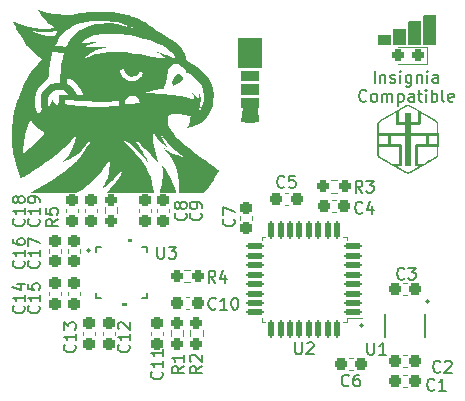
<source format=gto>
G04 #@! TF.GenerationSoftware,KiCad,Pcbnew,7.0.7*
G04 #@! TF.CreationDate,2024-03-29T16:46:10+10:30*
G04 #@! TF.ProjectId,hawk,6861776b-2e6b-4696-9361-645f70636258,1*
G04 #@! TF.SameCoordinates,Original*
G04 #@! TF.FileFunction,Legend,Top*
G04 #@! TF.FilePolarity,Positive*
%FSLAX46Y46*%
G04 Gerber Fmt 4.6, Leading zero omitted, Abs format (unit mm)*
G04 Created by KiCad (PCBNEW 7.0.7) date 2024-03-29 16:46:10*
%MOMM*%
%LPD*%
G01*
G04 APERTURE LIST*
G04 Aperture macros list*
%AMRoundRect*
0 Rectangle with rounded corners*
0 $1 Rounding radius*
0 $2 $3 $4 $5 $6 $7 $8 $9 X,Y pos of 4 corners*
0 Add a 4 corners polygon primitive as box body*
4,1,4,$2,$3,$4,$5,$6,$7,$8,$9,$2,$3,0*
0 Add four circle primitives for the rounded corners*
1,1,$1+$1,$2,$3*
1,1,$1+$1,$4,$5*
1,1,$1+$1,$6,$7*
1,1,$1+$1,$8,$9*
0 Add four rect primitives between the rounded corners*
20,1,$1+$1,$2,$3,$4,$5,0*
20,1,$1+$1,$4,$5,$6,$7,0*
20,1,$1+$1,$6,$7,$8,$9,0*
20,1,$1+$1,$8,$9,$2,$3,0*%
G04 Aperture macros list end*
%ADD10C,0.000000*%
%ADD11C,0.150000*%
%ADD12C,0.300000*%
%ADD13C,0.152400*%
%ADD14C,0.120000*%
%ADD15R,0.550000X0.800000*%
%ADD16O,0.550000X0.800000*%
%ADD17R,0.812800X0.254000*%
%ADD18R,0.254000X0.812800*%
%ADD19R,2.641600X2.641600*%
%ADD20RoundRect,0.237500X-0.237500X0.250000X-0.237500X-0.250000X0.237500X-0.250000X0.237500X0.250000X0*%
%ADD21RoundRect,0.237500X0.300000X0.237500X-0.300000X0.237500X-0.300000X-0.237500X0.300000X-0.237500X0*%
%ADD22RoundRect,0.237500X-0.300000X-0.237500X0.300000X-0.237500X0.300000X0.237500X-0.300000X0.237500X0*%
%ADD23RoundRect,0.237500X0.250000X0.237500X-0.250000X0.237500X-0.250000X-0.237500X0.250000X-0.237500X0*%
%ADD24RoundRect,0.237500X-0.237500X0.300000X-0.237500X-0.300000X0.237500X-0.300000X0.237500X0.300000X0*%
%ADD25R,1.000000X7.000000*%
%ADD26RoundRect,0.237500X0.237500X-0.300000X0.237500X0.300000X-0.237500X0.300000X-0.237500X-0.300000X0*%
%ADD27RoundRect,0.125000X0.125000X0.625000X-0.125000X0.625000X-0.125000X-0.625000X0.125000X-0.625000X0*%
%ADD28RoundRect,0.125000X0.625000X0.125000X-0.625000X0.125000X-0.625000X-0.125000X0.625000X-0.125000X0*%
%ADD29RoundRect,0.237500X0.287500X0.237500X-0.287500X0.237500X-0.287500X-0.237500X0.287500X-0.237500X0*%
%ADD30RoundRect,0.237500X0.237500X-0.250000X0.237500X0.250000X-0.237500X0.250000X-0.237500X-0.250000X0*%
%ADD31R,1.000000X8.000000*%
%ADD32RoundRect,0.237500X-0.250000X-0.237500X0.250000X-0.237500X0.250000X0.237500X-0.250000X0.237500X0*%
%ADD33O,1.700000X1.700000*%
%ADD34R,1.700000X1.700000*%
%ADD35O,1.371600X2.006600*%
%ADD36O,1.100000X2.000000*%
%ADD37C,1.397000*%
G04 APERTURE END LIST*
D10*
G36*
X149354500Y-91501000D02*
G01*
X148592500Y-91628000D01*
X147830500Y-91501000D01*
X147957500Y-90358000D01*
X149227500Y-90358000D01*
X149354500Y-91501000D01*
G37*
D11*
X163705500Y-106677500D02*
G75*
G03*
X163705500Y-106677500I-127000J0D01*
G01*
G36*
X147830500Y-89469000D02*
G01*
X149354500Y-89469000D01*
X149354500Y-90358000D01*
X147830500Y-90358000D01*
X147830500Y-89469000D01*
G37*
G36*
X147576500Y-84389000D02*
G01*
X149608500Y-84389000D01*
X149608500Y-86929000D01*
X147576500Y-86929000D01*
X147576500Y-84389000D01*
G37*
X135003500Y-102359500D02*
G75*
G03*
X135003500Y-102359500I-127000J0D01*
G01*
G36*
X147830500Y-87183000D02*
G01*
X149354500Y-87183000D01*
X149354500Y-88072000D01*
X147830500Y-88072000D01*
X147830500Y-87183000D01*
G37*
X158117500Y-108709500D02*
G75*
G03*
X158117500Y-108709500I-127000J0D01*
G01*
G36*
X147830500Y-88326000D02*
G01*
X149354500Y-88326000D01*
X149354500Y-89215000D01*
X147830500Y-89215000D01*
X147830500Y-88326000D01*
G37*
D12*
X138288439Y-83745328D02*
X138288439Y-82602471D01*
X138002725Y-82888185D02*
X138288439Y-82602471D01*
X138288439Y-82602471D02*
X138574153Y-82888185D01*
D11*
X159110024Y-88173319D02*
X159110024Y-87173319D01*
X159586214Y-87506652D02*
X159586214Y-88173319D01*
X159586214Y-87601890D02*
X159633833Y-87554271D01*
X159633833Y-87554271D02*
X159729071Y-87506652D01*
X159729071Y-87506652D02*
X159871928Y-87506652D01*
X159871928Y-87506652D02*
X159967166Y-87554271D01*
X159967166Y-87554271D02*
X160014785Y-87649509D01*
X160014785Y-87649509D02*
X160014785Y-88173319D01*
X160443357Y-88125700D02*
X160538595Y-88173319D01*
X160538595Y-88173319D02*
X160729071Y-88173319D01*
X160729071Y-88173319D02*
X160824309Y-88125700D01*
X160824309Y-88125700D02*
X160871928Y-88030461D01*
X160871928Y-88030461D02*
X160871928Y-87982842D01*
X160871928Y-87982842D02*
X160824309Y-87887604D01*
X160824309Y-87887604D02*
X160729071Y-87839985D01*
X160729071Y-87839985D02*
X160586214Y-87839985D01*
X160586214Y-87839985D02*
X160490976Y-87792366D01*
X160490976Y-87792366D02*
X160443357Y-87697128D01*
X160443357Y-87697128D02*
X160443357Y-87649509D01*
X160443357Y-87649509D02*
X160490976Y-87554271D01*
X160490976Y-87554271D02*
X160586214Y-87506652D01*
X160586214Y-87506652D02*
X160729071Y-87506652D01*
X160729071Y-87506652D02*
X160824309Y-87554271D01*
X161300500Y-88173319D02*
X161300500Y-87506652D01*
X161300500Y-87173319D02*
X161252881Y-87220938D01*
X161252881Y-87220938D02*
X161300500Y-87268557D01*
X161300500Y-87268557D02*
X161348119Y-87220938D01*
X161348119Y-87220938D02*
X161300500Y-87173319D01*
X161300500Y-87173319D02*
X161300500Y-87268557D01*
X162205261Y-87506652D02*
X162205261Y-88316176D01*
X162205261Y-88316176D02*
X162157642Y-88411414D01*
X162157642Y-88411414D02*
X162110023Y-88459033D01*
X162110023Y-88459033D02*
X162014785Y-88506652D01*
X162014785Y-88506652D02*
X161871928Y-88506652D01*
X161871928Y-88506652D02*
X161776690Y-88459033D01*
X162205261Y-88125700D02*
X162110023Y-88173319D01*
X162110023Y-88173319D02*
X161919547Y-88173319D01*
X161919547Y-88173319D02*
X161824309Y-88125700D01*
X161824309Y-88125700D02*
X161776690Y-88078080D01*
X161776690Y-88078080D02*
X161729071Y-87982842D01*
X161729071Y-87982842D02*
X161729071Y-87697128D01*
X161729071Y-87697128D02*
X161776690Y-87601890D01*
X161776690Y-87601890D02*
X161824309Y-87554271D01*
X161824309Y-87554271D02*
X161919547Y-87506652D01*
X161919547Y-87506652D02*
X162110023Y-87506652D01*
X162110023Y-87506652D02*
X162205261Y-87554271D01*
X162681452Y-87506652D02*
X162681452Y-88173319D01*
X162681452Y-87601890D02*
X162729071Y-87554271D01*
X162729071Y-87554271D02*
X162824309Y-87506652D01*
X162824309Y-87506652D02*
X162967166Y-87506652D01*
X162967166Y-87506652D02*
X163062404Y-87554271D01*
X163062404Y-87554271D02*
X163110023Y-87649509D01*
X163110023Y-87649509D02*
X163110023Y-88173319D01*
X163586214Y-88173319D02*
X163586214Y-87506652D01*
X163586214Y-87173319D02*
X163538595Y-87220938D01*
X163538595Y-87220938D02*
X163586214Y-87268557D01*
X163586214Y-87268557D02*
X163633833Y-87220938D01*
X163633833Y-87220938D02*
X163586214Y-87173319D01*
X163586214Y-87173319D02*
X163586214Y-87268557D01*
X164490975Y-88173319D02*
X164490975Y-87649509D01*
X164490975Y-87649509D02*
X164443356Y-87554271D01*
X164443356Y-87554271D02*
X164348118Y-87506652D01*
X164348118Y-87506652D02*
X164157642Y-87506652D01*
X164157642Y-87506652D02*
X164062404Y-87554271D01*
X164490975Y-88125700D02*
X164395737Y-88173319D01*
X164395737Y-88173319D02*
X164157642Y-88173319D01*
X164157642Y-88173319D02*
X164062404Y-88125700D01*
X164062404Y-88125700D02*
X164014785Y-88030461D01*
X164014785Y-88030461D02*
X164014785Y-87935223D01*
X164014785Y-87935223D02*
X164062404Y-87839985D01*
X164062404Y-87839985D02*
X164157642Y-87792366D01*
X164157642Y-87792366D02*
X164395737Y-87792366D01*
X164395737Y-87792366D02*
X164490975Y-87744747D01*
X158419547Y-89688080D02*
X158371928Y-89735700D01*
X158371928Y-89735700D02*
X158229071Y-89783319D01*
X158229071Y-89783319D02*
X158133833Y-89783319D01*
X158133833Y-89783319D02*
X157990976Y-89735700D01*
X157990976Y-89735700D02*
X157895738Y-89640461D01*
X157895738Y-89640461D02*
X157848119Y-89545223D01*
X157848119Y-89545223D02*
X157800500Y-89354747D01*
X157800500Y-89354747D02*
X157800500Y-89211890D01*
X157800500Y-89211890D02*
X157848119Y-89021414D01*
X157848119Y-89021414D02*
X157895738Y-88926176D01*
X157895738Y-88926176D02*
X157990976Y-88830938D01*
X157990976Y-88830938D02*
X158133833Y-88783319D01*
X158133833Y-88783319D02*
X158229071Y-88783319D01*
X158229071Y-88783319D02*
X158371928Y-88830938D01*
X158371928Y-88830938D02*
X158419547Y-88878557D01*
X158990976Y-89783319D02*
X158895738Y-89735700D01*
X158895738Y-89735700D02*
X158848119Y-89688080D01*
X158848119Y-89688080D02*
X158800500Y-89592842D01*
X158800500Y-89592842D02*
X158800500Y-89307128D01*
X158800500Y-89307128D02*
X158848119Y-89211890D01*
X158848119Y-89211890D02*
X158895738Y-89164271D01*
X158895738Y-89164271D02*
X158990976Y-89116652D01*
X158990976Y-89116652D02*
X159133833Y-89116652D01*
X159133833Y-89116652D02*
X159229071Y-89164271D01*
X159229071Y-89164271D02*
X159276690Y-89211890D01*
X159276690Y-89211890D02*
X159324309Y-89307128D01*
X159324309Y-89307128D02*
X159324309Y-89592842D01*
X159324309Y-89592842D02*
X159276690Y-89688080D01*
X159276690Y-89688080D02*
X159229071Y-89735700D01*
X159229071Y-89735700D02*
X159133833Y-89783319D01*
X159133833Y-89783319D02*
X158990976Y-89783319D01*
X159752881Y-89783319D02*
X159752881Y-89116652D01*
X159752881Y-89211890D02*
X159800500Y-89164271D01*
X159800500Y-89164271D02*
X159895738Y-89116652D01*
X159895738Y-89116652D02*
X160038595Y-89116652D01*
X160038595Y-89116652D02*
X160133833Y-89164271D01*
X160133833Y-89164271D02*
X160181452Y-89259509D01*
X160181452Y-89259509D02*
X160181452Y-89783319D01*
X160181452Y-89259509D02*
X160229071Y-89164271D01*
X160229071Y-89164271D02*
X160324309Y-89116652D01*
X160324309Y-89116652D02*
X160467166Y-89116652D01*
X160467166Y-89116652D02*
X160562405Y-89164271D01*
X160562405Y-89164271D02*
X160610024Y-89259509D01*
X160610024Y-89259509D02*
X160610024Y-89783319D01*
X161086214Y-89116652D02*
X161086214Y-90116652D01*
X161086214Y-89164271D02*
X161181452Y-89116652D01*
X161181452Y-89116652D02*
X161371928Y-89116652D01*
X161371928Y-89116652D02*
X161467166Y-89164271D01*
X161467166Y-89164271D02*
X161514785Y-89211890D01*
X161514785Y-89211890D02*
X161562404Y-89307128D01*
X161562404Y-89307128D02*
X161562404Y-89592842D01*
X161562404Y-89592842D02*
X161514785Y-89688080D01*
X161514785Y-89688080D02*
X161467166Y-89735700D01*
X161467166Y-89735700D02*
X161371928Y-89783319D01*
X161371928Y-89783319D02*
X161181452Y-89783319D01*
X161181452Y-89783319D02*
X161086214Y-89735700D01*
X162419547Y-89783319D02*
X162419547Y-89259509D01*
X162419547Y-89259509D02*
X162371928Y-89164271D01*
X162371928Y-89164271D02*
X162276690Y-89116652D01*
X162276690Y-89116652D02*
X162086214Y-89116652D01*
X162086214Y-89116652D02*
X161990976Y-89164271D01*
X162419547Y-89735700D02*
X162324309Y-89783319D01*
X162324309Y-89783319D02*
X162086214Y-89783319D01*
X162086214Y-89783319D02*
X161990976Y-89735700D01*
X161990976Y-89735700D02*
X161943357Y-89640461D01*
X161943357Y-89640461D02*
X161943357Y-89545223D01*
X161943357Y-89545223D02*
X161990976Y-89449985D01*
X161990976Y-89449985D02*
X162086214Y-89402366D01*
X162086214Y-89402366D02*
X162324309Y-89402366D01*
X162324309Y-89402366D02*
X162419547Y-89354747D01*
X162752881Y-89116652D02*
X163133833Y-89116652D01*
X162895738Y-88783319D02*
X162895738Y-89640461D01*
X162895738Y-89640461D02*
X162943357Y-89735700D01*
X162943357Y-89735700D02*
X163038595Y-89783319D01*
X163038595Y-89783319D02*
X163133833Y-89783319D01*
X163467167Y-89783319D02*
X163467167Y-89116652D01*
X163467167Y-88783319D02*
X163419548Y-88830938D01*
X163419548Y-88830938D02*
X163467167Y-88878557D01*
X163467167Y-88878557D02*
X163514786Y-88830938D01*
X163514786Y-88830938D02*
X163467167Y-88783319D01*
X163467167Y-88783319D02*
X163467167Y-88878557D01*
X163943357Y-89783319D02*
X163943357Y-88783319D01*
X163943357Y-89164271D02*
X164038595Y-89116652D01*
X164038595Y-89116652D02*
X164229071Y-89116652D01*
X164229071Y-89116652D02*
X164324309Y-89164271D01*
X164324309Y-89164271D02*
X164371928Y-89211890D01*
X164371928Y-89211890D02*
X164419547Y-89307128D01*
X164419547Y-89307128D02*
X164419547Y-89592842D01*
X164419547Y-89592842D02*
X164371928Y-89688080D01*
X164371928Y-89688080D02*
X164324309Y-89735700D01*
X164324309Y-89735700D02*
X164229071Y-89783319D01*
X164229071Y-89783319D02*
X164038595Y-89783319D01*
X164038595Y-89783319D02*
X163943357Y-89735700D01*
X164990976Y-89783319D02*
X164895738Y-89735700D01*
X164895738Y-89735700D02*
X164848119Y-89640461D01*
X164848119Y-89640461D02*
X164848119Y-88783319D01*
X165752881Y-89735700D02*
X165657643Y-89783319D01*
X165657643Y-89783319D02*
X165467167Y-89783319D01*
X165467167Y-89783319D02*
X165371929Y-89735700D01*
X165371929Y-89735700D02*
X165324310Y-89640461D01*
X165324310Y-89640461D02*
X165324310Y-89259509D01*
X165324310Y-89259509D02*
X165371929Y-89164271D01*
X165371929Y-89164271D02*
X165467167Y-89116652D01*
X165467167Y-89116652D02*
X165657643Y-89116652D01*
X165657643Y-89116652D02*
X165752881Y-89164271D01*
X165752881Y-89164271D02*
X165800500Y-89259509D01*
X165800500Y-89259509D02*
X165800500Y-89354747D01*
X165800500Y-89354747D02*
X165324310Y-89449985D01*
X158498595Y-110196319D02*
X158498595Y-111005842D01*
X158498595Y-111005842D02*
X158546214Y-111101080D01*
X158546214Y-111101080D02*
X158593833Y-111148700D01*
X158593833Y-111148700D02*
X158689071Y-111196319D01*
X158689071Y-111196319D02*
X158879547Y-111196319D01*
X158879547Y-111196319D02*
X158974785Y-111148700D01*
X158974785Y-111148700D02*
X159022404Y-111101080D01*
X159022404Y-111101080D02*
X159070023Y-111005842D01*
X159070023Y-111005842D02*
X159070023Y-110196319D01*
X160070023Y-111196319D02*
X159498595Y-111196319D01*
X159784309Y-111196319D02*
X159784309Y-110196319D01*
X159784309Y-110196319D02*
X159689071Y-110339176D01*
X159689071Y-110339176D02*
X159593833Y-110434414D01*
X159593833Y-110434414D02*
X159498595Y-110482033D01*
X140718595Y-102068319D02*
X140718595Y-102877842D01*
X140718595Y-102877842D02*
X140766214Y-102973080D01*
X140766214Y-102973080D02*
X140813833Y-103020700D01*
X140813833Y-103020700D02*
X140909071Y-103068319D01*
X140909071Y-103068319D02*
X141099547Y-103068319D01*
X141099547Y-103068319D02*
X141194785Y-103020700D01*
X141194785Y-103020700D02*
X141242404Y-102973080D01*
X141242404Y-102973080D02*
X141290023Y-102877842D01*
X141290023Y-102877842D02*
X141290023Y-102068319D01*
X141670976Y-102068319D02*
X142290023Y-102068319D01*
X142290023Y-102068319D02*
X141956690Y-102449271D01*
X141956690Y-102449271D02*
X142099547Y-102449271D01*
X142099547Y-102449271D02*
X142194785Y-102496890D01*
X142194785Y-102496890D02*
X142242404Y-102544509D01*
X142242404Y-102544509D02*
X142290023Y-102639747D01*
X142290023Y-102639747D02*
X142290023Y-102877842D01*
X142290023Y-102877842D02*
X142242404Y-102973080D01*
X142242404Y-102973080D02*
X142194785Y-103020700D01*
X142194785Y-103020700D02*
X142099547Y-103068319D01*
X142099547Y-103068319D02*
X141813833Y-103068319D01*
X141813833Y-103068319D02*
X141718595Y-103020700D01*
X141718595Y-103020700D02*
X141670976Y-102973080D01*
X144475319Y-112178166D02*
X143999128Y-112511499D01*
X144475319Y-112749594D02*
X143475319Y-112749594D01*
X143475319Y-112749594D02*
X143475319Y-112368642D01*
X143475319Y-112368642D02*
X143522938Y-112273404D01*
X143522938Y-112273404D02*
X143570557Y-112225785D01*
X143570557Y-112225785D02*
X143665795Y-112178166D01*
X143665795Y-112178166D02*
X143808652Y-112178166D01*
X143808652Y-112178166D02*
X143903890Y-112225785D01*
X143903890Y-112225785D02*
X143951509Y-112273404D01*
X143951509Y-112273404D02*
X143999128Y-112368642D01*
X143999128Y-112368642D02*
X143999128Y-112749594D01*
X143570557Y-111797213D02*
X143522938Y-111749594D01*
X143522938Y-111749594D02*
X143475319Y-111654356D01*
X143475319Y-111654356D02*
X143475319Y-111416261D01*
X143475319Y-111416261D02*
X143522938Y-111321023D01*
X143522938Y-111321023D02*
X143570557Y-111273404D01*
X143570557Y-111273404D02*
X143665795Y-111225785D01*
X143665795Y-111225785D02*
X143761033Y-111225785D01*
X143761033Y-111225785D02*
X143903890Y-111273404D01*
X143903890Y-111273404D02*
X144475319Y-111844832D01*
X144475319Y-111844832D02*
X144475319Y-111225785D01*
X156934833Y-113801080D02*
X156887214Y-113848700D01*
X156887214Y-113848700D02*
X156744357Y-113896319D01*
X156744357Y-113896319D02*
X156649119Y-113896319D01*
X156649119Y-113896319D02*
X156506262Y-113848700D01*
X156506262Y-113848700D02*
X156411024Y-113753461D01*
X156411024Y-113753461D02*
X156363405Y-113658223D01*
X156363405Y-113658223D02*
X156315786Y-113467747D01*
X156315786Y-113467747D02*
X156315786Y-113324890D01*
X156315786Y-113324890D02*
X156363405Y-113134414D01*
X156363405Y-113134414D02*
X156411024Y-113039176D01*
X156411024Y-113039176D02*
X156506262Y-112943938D01*
X156506262Y-112943938D02*
X156649119Y-112896319D01*
X156649119Y-112896319D02*
X156744357Y-112896319D01*
X156744357Y-112896319D02*
X156887214Y-112943938D01*
X156887214Y-112943938D02*
X156934833Y-112991557D01*
X157791976Y-112896319D02*
X157601500Y-112896319D01*
X157601500Y-112896319D02*
X157506262Y-112943938D01*
X157506262Y-112943938D02*
X157458643Y-112991557D01*
X157458643Y-112991557D02*
X157363405Y-113134414D01*
X157363405Y-113134414D02*
X157315786Y-113324890D01*
X157315786Y-113324890D02*
X157315786Y-113705842D01*
X157315786Y-113705842D02*
X157363405Y-113801080D01*
X157363405Y-113801080D02*
X157411024Y-113848700D01*
X157411024Y-113848700D02*
X157506262Y-113896319D01*
X157506262Y-113896319D02*
X157696738Y-113896319D01*
X157696738Y-113896319D02*
X157791976Y-113848700D01*
X157791976Y-113848700D02*
X157839595Y-113801080D01*
X157839595Y-113801080D02*
X157887214Y-113705842D01*
X157887214Y-113705842D02*
X157887214Y-113467747D01*
X157887214Y-113467747D02*
X157839595Y-113372509D01*
X157839595Y-113372509D02*
X157791976Y-113324890D01*
X157791976Y-113324890D02*
X157696738Y-113277271D01*
X157696738Y-113277271D02*
X157506262Y-113277271D01*
X157506262Y-113277271D02*
X157411024Y-113324890D01*
X157411024Y-113324890D02*
X157363405Y-113372509D01*
X157363405Y-113372509D02*
X157315786Y-113467747D01*
X164173833Y-114149080D02*
X164126214Y-114196700D01*
X164126214Y-114196700D02*
X163983357Y-114244319D01*
X163983357Y-114244319D02*
X163888119Y-114244319D01*
X163888119Y-114244319D02*
X163745262Y-114196700D01*
X163745262Y-114196700D02*
X163650024Y-114101461D01*
X163650024Y-114101461D02*
X163602405Y-114006223D01*
X163602405Y-114006223D02*
X163554786Y-113815747D01*
X163554786Y-113815747D02*
X163554786Y-113672890D01*
X163554786Y-113672890D02*
X163602405Y-113482414D01*
X163602405Y-113482414D02*
X163650024Y-113387176D01*
X163650024Y-113387176D02*
X163745262Y-113291938D01*
X163745262Y-113291938D02*
X163888119Y-113244319D01*
X163888119Y-113244319D02*
X163983357Y-113244319D01*
X163983357Y-113244319D02*
X164126214Y-113291938D01*
X164126214Y-113291938D02*
X164173833Y-113339557D01*
X165126214Y-114244319D02*
X164554786Y-114244319D01*
X164840500Y-114244319D02*
X164840500Y-113244319D01*
X164840500Y-113244319D02*
X164745262Y-113387176D01*
X164745262Y-113387176D02*
X164650024Y-113482414D01*
X164650024Y-113482414D02*
X164554786Y-113530033D01*
X145631833Y-105100319D02*
X145298500Y-104624128D01*
X145060405Y-105100319D02*
X145060405Y-104100319D01*
X145060405Y-104100319D02*
X145441357Y-104100319D01*
X145441357Y-104100319D02*
X145536595Y-104147938D01*
X145536595Y-104147938D02*
X145584214Y-104195557D01*
X145584214Y-104195557D02*
X145631833Y-104290795D01*
X145631833Y-104290795D02*
X145631833Y-104433652D01*
X145631833Y-104433652D02*
X145584214Y-104528890D01*
X145584214Y-104528890D02*
X145536595Y-104576509D01*
X145536595Y-104576509D02*
X145441357Y-104624128D01*
X145441357Y-104624128D02*
X145060405Y-104624128D01*
X146488976Y-104433652D02*
X146488976Y-105100319D01*
X146250881Y-104052700D02*
X146012786Y-104766985D01*
X146012786Y-104766985D02*
X146631833Y-104766985D01*
X143110080Y-99224166D02*
X143157700Y-99271785D01*
X143157700Y-99271785D02*
X143205319Y-99414642D01*
X143205319Y-99414642D02*
X143205319Y-99509880D01*
X143205319Y-99509880D02*
X143157700Y-99652737D01*
X143157700Y-99652737D02*
X143062461Y-99747975D01*
X143062461Y-99747975D02*
X142967223Y-99795594D01*
X142967223Y-99795594D02*
X142776747Y-99843213D01*
X142776747Y-99843213D02*
X142633890Y-99843213D01*
X142633890Y-99843213D02*
X142443414Y-99795594D01*
X142443414Y-99795594D02*
X142348176Y-99747975D01*
X142348176Y-99747975D02*
X142252938Y-99652737D01*
X142252938Y-99652737D02*
X142205319Y-99509880D01*
X142205319Y-99509880D02*
X142205319Y-99414642D01*
X142205319Y-99414642D02*
X142252938Y-99271785D01*
X142252938Y-99271785D02*
X142300557Y-99224166D01*
X142633890Y-98652737D02*
X142586271Y-98747975D01*
X142586271Y-98747975D02*
X142538652Y-98795594D01*
X142538652Y-98795594D02*
X142443414Y-98843213D01*
X142443414Y-98843213D02*
X142395795Y-98843213D01*
X142395795Y-98843213D02*
X142300557Y-98795594D01*
X142300557Y-98795594D02*
X142252938Y-98747975D01*
X142252938Y-98747975D02*
X142205319Y-98652737D01*
X142205319Y-98652737D02*
X142205319Y-98462261D01*
X142205319Y-98462261D02*
X142252938Y-98367023D01*
X142252938Y-98367023D02*
X142300557Y-98319404D01*
X142300557Y-98319404D02*
X142395795Y-98271785D01*
X142395795Y-98271785D02*
X142443414Y-98271785D01*
X142443414Y-98271785D02*
X142538652Y-98319404D01*
X142538652Y-98319404D02*
X142586271Y-98367023D01*
X142586271Y-98367023D02*
X142633890Y-98462261D01*
X142633890Y-98462261D02*
X142633890Y-98652737D01*
X142633890Y-98652737D02*
X142681509Y-98747975D01*
X142681509Y-98747975D02*
X142729128Y-98795594D01*
X142729128Y-98795594D02*
X142824366Y-98843213D01*
X142824366Y-98843213D02*
X143014842Y-98843213D01*
X143014842Y-98843213D02*
X143110080Y-98795594D01*
X143110080Y-98795594D02*
X143157700Y-98747975D01*
X143157700Y-98747975D02*
X143205319Y-98652737D01*
X143205319Y-98652737D02*
X143205319Y-98462261D01*
X143205319Y-98462261D02*
X143157700Y-98367023D01*
X143157700Y-98367023D02*
X143110080Y-98319404D01*
X143110080Y-98319404D02*
X143014842Y-98271785D01*
X143014842Y-98271785D02*
X142824366Y-98271785D01*
X142824366Y-98271785D02*
X142729128Y-98319404D01*
X142729128Y-98319404D02*
X142681509Y-98367023D01*
X142681509Y-98367023D02*
X142633890Y-98462261D01*
X158077833Y-99163080D02*
X158030214Y-99210700D01*
X158030214Y-99210700D02*
X157887357Y-99258319D01*
X157887357Y-99258319D02*
X157792119Y-99258319D01*
X157792119Y-99258319D02*
X157649262Y-99210700D01*
X157649262Y-99210700D02*
X157554024Y-99115461D01*
X157554024Y-99115461D02*
X157506405Y-99020223D01*
X157506405Y-99020223D02*
X157458786Y-98829747D01*
X157458786Y-98829747D02*
X157458786Y-98686890D01*
X157458786Y-98686890D02*
X157506405Y-98496414D01*
X157506405Y-98496414D02*
X157554024Y-98401176D01*
X157554024Y-98401176D02*
X157649262Y-98305938D01*
X157649262Y-98305938D02*
X157792119Y-98258319D01*
X157792119Y-98258319D02*
X157887357Y-98258319D01*
X157887357Y-98258319D02*
X158030214Y-98305938D01*
X158030214Y-98305938D02*
X158077833Y-98353557D01*
X158934976Y-98591652D02*
X158934976Y-99258319D01*
X158696881Y-98210700D02*
X158458786Y-98924985D01*
X158458786Y-98924985D02*
X159077833Y-98924985D01*
X164681833Y-112625080D02*
X164634214Y-112672700D01*
X164634214Y-112672700D02*
X164491357Y-112720319D01*
X164491357Y-112720319D02*
X164396119Y-112720319D01*
X164396119Y-112720319D02*
X164253262Y-112672700D01*
X164253262Y-112672700D02*
X164158024Y-112577461D01*
X164158024Y-112577461D02*
X164110405Y-112482223D01*
X164110405Y-112482223D02*
X164062786Y-112291747D01*
X164062786Y-112291747D02*
X164062786Y-112148890D01*
X164062786Y-112148890D02*
X164110405Y-111958414D01*
X164110405Y-111958414D02*
X164158024Y-111863176D01*
X164158024Y-111863176D02*
X164253262Y-111767938D01*
X164253262Y-111767938D02*
X164396119Y-111720319D01*
X164396119Y-111720319D02*
X164491357Y-111720319D01*
X164491357Y-111720319D02*
X164634214Y-111767938D01*
X164634214Y-111767938D02*
X164681833Y-111815557D01*
X165062786Y-111815557D02*
X165110405Y-111767938D01*
X165110405Y-111767938D02*
X165205643Y-111720319D01*
X165205643Y-111720319D02*
X165443738Y-111720319D01*
X165443738Y-111720319D02*
X165538976Y-111767938D01*
X165538976Y-111767938D02*
X165586595Y-111815557D01*
X165586595Y-111815557D02*
X165634214Y-111910795D01*
X165634214Y-111910795D02*
X165634214Y-112006033D01*
X165634214Y-112006033D02*
X165586595Y-112148890D01*
X165586595Y-112148890D02*
X165015167Y-112720319D01*
X165015167Y-112720319D02*
X165634214Y-112720319D01*
X144380080Y-99224166D02*
X144427700Y-99271785D01*
X144427700Y-99271785D02*
X144475319Y-99414642D01*
X144475319Y-99414642D02*
X144475319Y-99509880D01*
X144475319Y-99509880D02*
X144427700Y-99652737D01*
X144427700Y-99652737D02*
X144332461Y-99747975D01*
X144332461Y-99747975D02*
X144237223Y-99795594D01*
X144237223Y-99795594D02*
X144046747Y-99843213D01*
X144046747Y-99843213D02*
X143903890Y-99843213D01*
X143903890Y-99843213D02*
X143713414Y-99795594D01*
X143713414Y-99795594D02*
X143618176Y-99747975D01*
X143618176Y-99747975D02*
X143522938Y-99652737D01*
X143522938Y-99652737D02*
X143475319Y-99509880D01*
X143475319Y-99509880D02*
X143475319Y-99414642D01*
X143475319Y-99414642D02*
X143522938Y-99271785D01*
X143522938Y-99271785D02*
X143570557Y-99224166D01*
X144475319Y-98747975D02*
X144475319Y-98557499D01*
X144475319Y-98557499D02*
X144427700Y-98462261D01*
X144427700Y-98462261D02*
X144380080Y-98414642D01*
X144380080Y-98414642D02*
X144237223Y-98319404D01*
X144237223Y-98319404D02*
X144046747Y-98271785D01*
X144046747Y-98271785D02*
X143665795Y-98271785D01*
X143665795Y-98271785D02*
X143570557Y-98319404D01*
X143570557Y-98319404D02*
X143522938Y-98367023D01*
X143522938Y-98367023D02*
X143475319Y-98462261D01*
X143475319Y-98462261D02*
X143475319Y-98652737D01*
X143475319Y-98652737D02*
X143522938Y-98747975D01*
X143522938Y-98747975D02*
X143570557Y-98795594D01*
X143570557Y-98795594D02*
X143665795Y-98843213D01*
X143665795Y-98843213D02*
X143903890Y-98843213D01*
X143903890Y-98843213D02*
X143999128Y-98795594D01*
X143999128Y-98795594D02*
X144046747Y-98747975D01*
X144046747Y-98747975D02*
X144094366Y-98652737D01*
X144094366Y-98652737D02*
X144094366Y-98462261D01*
X144094366Y-98462261D02*
X144046747Y-98367023D01*
X144046747Y-98367023D02*
X143999128Y-98319404D01*
X143999128Y-98319404D02*
X143903890Y-98271785D01*
X130664080Y-99700357D02*
X130711700Y-99747976D01*
X130711700Y-99747976D02*
X130759319Y-99890833D01*
X130759319Y-99890833D02*
X130759319Y-99986071D01*
X130759319Y-99986071D02*
X130711700Y-100128928D01*
X130711700Y-100128928D02*
X130616461Y-100224166D01*
X130616461Y-100224166D02*
X130521223Y-100271785D01*
X130521223Y-100271785D02*
X130330747Y-100319404D01*
X130330747Y-100319404D02*
X130187890Y-100319404D01*
X130187890Y-100319404D02*
X129997414Y-100271785D01*
X129997414Y-100271785D02*
X129902176Y-100224166D01*
X129902176Y-100224166D02*
X129806938Y-100128928D01*
X129806938Y-100128928D02*
X129759319Y-99986071D01*
X129759319Y-99986071D02*
X129759319Y-99890833D01*
X129759319Y-99890833D02*
X129806938Y-99747976D01*
X129806938Y-99747976D02*
X129854557Y-99700357D01*
X130759319Y-98747976D02*
X130759319Y-99319404D01*
X130759319Y-99033690D02*
X129759319Y-99033690D01*
X129759319Y-99033690D02*
X129902176Y-99128928D01*
X129902176Y-99128928D02*
X129997414Y-99224166D01*
X129997414Y-99224166D02*
X130045033Y-99319404D01*
X130759319Y-98271785D02*
X130759319Y-98081309D01*
X130759319Y-98081309D02*
X130711700Y-97986071D01*
X130711700Y-97986071D02*
X130664080Y-97938452D01*
X130664080Y-97938452D02*
X130521223Y-97843214D01*
X130521223Y-97843214D02*
X130330747Y-97795595D01*
X130330747Y-97795595D02*
X129949795Y-97795595D01*
X129949795Y-97795595D02*
X129854557Y-97843214D01*
X129854557Y-97843214D02*
X129806938Y-97890833D01*
X129806938Y-97890833D02*
X129759319Y-97986071D01*
X129759319Y-97986071D02*
X129759319Y-98176547D01*
X129759319Y-98176547D02*
X129806938Y-98271785D01*
X129806938Y-98271785D02*
X129854557Y-98319404D01*
X129854557Y-98319404D02*
X129949795Y-98367023D01*
X129949795Y-98367023D02*
X130187890Y-98367023D01*
X130187890Y-98367023D02*
X130283128Y-98319404D01*
X130283128Y-98319404D02*
X130330747Y-98271785D01*
X130330747Y-98271785D02*
X130378366Y-98176547D01*
X130378366Y-98176547D02*
X130378366Y-97986071D01*
X130378366Y-97986071D02*
X130330747Y-97890833D01*
X130330747Y-97890833D02*
X130283128Y-97843214D01*
X130283128Y-97843214D02*
X130187890Y-97795595D01*
X152386595Y-110164319D02*
X152386595Y-110973842D01*
X152386595Y-110973842D02*
X152434214Y-111069080D01*
X152434214Y-111069080D02*
X152481833Y-111116700D01*
X152481833Y-111116700D02*
X152577071Y-111164319D01*
X152577071Y-111164319D02*
X152767547Y-111164319D01*
X152767547Y-111164319D02*
X152862785Y-111116700D01*
X152862785Y-111116700D02*
X152910404Y-111069080D01*
X152910404Y-111069080D02*
X152958023Y-110973842D01*
X152958023Y-110973842D02*
X152958023Y-110164319D01*
X153386595Y-110259557D02*
X153434214Y-110211938D01*
X153434214Y-110211938D02*
X153529452Y-110164319D01*
X153529452Y-110164319D02*
X153767547Y-110164319D01*
X153767547Y-110164319D02*
X153862785Y-110211938D01*
X153862785Y-110211938D02*
X153910404Y-110259557D01*
X153910404Y-110259557D02*
X153958023Y-110354795D01*
X153958023Y-110354795D02*
X153958023Y-110450033D01*
X153958023Y-110450033D02*
X153910404Y-110592890D01*
X153910404Y-110592890D02*
X153338976Y-111164319D01*
X153338976Y-111164319D02*
X153958023Y-111164319D01*
D12*
X135333072Y-86242257D02*
X135190215Y-86170828D01*
X135190215Y-86170828D02*
X134975929Y-86170828D01*
X134975929Y-86170828D02*
X134761643Y-86242257D01*
X134761643Y-86242257D02*
X134618786Y-86385114D01*
X134618786Y-86385114D02*
X134547357Y-86527971D01*
X134547357Y-86527971D02*
X134475929Y-86813685D01*
X134475929Y-86813685D02*
X134475929Y-87027971D01*
X134475929Y-87027971D02*
X134547357Y-87313685D01*
X134547357Y-87313685D02*
X134618786Y-87456542D01*
X134618786Y-87456542D02*
X134761643Y-87599400D01*
X134761643Y-87599400D02*
X134975929Y-87670828D01*
X134975929Y-87670828D02*
X135118786Y-87670828D01*
X135118786Y-87670828D02*
X135333072Y-87599400D01*
X135333072Y-87599400D02*
X135404500Y-87527971D01*
X135404500Y-87527971D02*
X135404500Y-87027971D01*
X135404500Y-87027971D02*
X135118786Y-87027971D01*
X136261643Y-86170828D02*
X136261643Y-86527971D01*
X135904500Y-86385114D02*
X136261643Y-86527971D01*
X136261643Y-86527971D02*
X136618786Y-86385114D01*
X136047357Y-86813685D02*
X136261643Y-86527971D01*
X136261643Y-86527971D02*
X136475929Y-86813685D01*
X137404500Y-86170828D02*
X137404500Y-86527971D01*
X137047357Y-86385114D02*
X137404500Y-86527971D01*
X137404500Y-86527971D02*
X137761643Y-86385114D01*
X137190214Y-86813685D02*
X137404500Y-86527971D01*
X137404500Y-86527971D02*
X137618786Y-86813685D01*
X138547357Y-86170828D02*
X138547357Y-86527971D01*
X138190214Y-86385114D02*
X138547357Y-86527971D01*
X138547357Y-86527971D02*
X138904500Y-86385114D01*
X138333071Y-86813685D02*
X138547357Y-86527971D01*
X138547357Y-86527971D02*
X138761643Y-86813685D01*
D11*
X129394080Y-99700357D02*
X129441700Y-99747976D01*
X129441700Y-99747976D02*
X129489319Y-99890833D01*
X129489319Y-99890833D02*
X129489319Y-99986071D01*
X129489319Y-99986071D02*
X129441700Y-100128928D01*
X129441700Y-100128928D02*
X129346461Y-100224166D01*
X129346461Y-100224166D02*
X129251223Y-100271785D01*
X129251223Y-100271785D02*
X129060747Y-100319404D01*
X129060747Y-100319404D02*
X128917890Y-100319404D01*
X128917890Y-100319404D02*
X128727414Y-100271785D01*
X128727414Y-100271785D02*
X128632176Y-100224166D01*
X128632176Y-100224166D02*
X128536938Y-100128928D01*
X128536938Y-100128928D02*
X128489319Y-99986071D01*
X128489319Y-99986071D02*
X128489319Y-99890833D01*
X128489319Y-99890833D02*
X128536938Y-99747976D01*
X128536938Y-99747976D02*
X128584557Y-99700357D01*
X129489319Y-98747976D02*
X129489319Y-99319404D01*
X129489319Y-99033690D02*
X128489319Y-99033690D01*
X128489319Y-99033690D02*
X128632176Y-99128928D01*
X128632176Y-99128928D02*
X128727414Y-99224166D01*
X128727414Y-99224166D02*
X128775033Y-99319404D01*
X128917890Y-98176547D02*
X128870271Y-98271785D01*
X128870271Y-98271785D02*
X128822652Y-98319404D01*
X128822652Y-98319404D02*
X128727414Y-98367023D01*
X128727414Y-98367023D02*
X128679795Y-98367023D01*
X128679795Y-98367023D02*
X128584557Y-98319404D01*
X128584557Y-98319404D02*
X128536938Y-98271785D01*
X128536938Y-98271785D02*
X128489319Y-98176547D01*
X128489319Y-98176547D02*
X128489319Y-97986071D01*
X128489319Y-97986071D02*
X128536938Y-97890833D01*
X128536938Y-97890833D02*
X128584557Y-97843214D01*
X128584557Y-97843214D02*
X128679795Y-97795595D01*
X128679795Y-97795595D02*
X128727414Y-97795595D01*
X128727414Y-97795595D02*
X128822652Y-97843214D01*
X128822652Y-97843214D02*
X128870271Y-97890833D01*
X128870271Y-97890833D02*
X128917890Y-97986071D01*
X128917890Y-97986071D02*
X128917890Y-98176547D01*
X128917890Y-98176547D02*
X128965509Y-98271785D01*
X128965509Y-98271785D02*
X129013128Y-98319404D01*
X129013128Y-98319404D02*
X129108366Y-98367023D01*
X129108366Y-98367023D02*
X129298842Y-98367023D01*
X129298842Y-98367023D02*
X129394080Y-98319404D01*
X129394080Y-98319404D02*
X129441700Y-98271785D01*
X129441700Y-98271785D02*
X129489319Y-98176547D01*
X129489319Y-98176547D02*
X129489319Y-97986071D01*
X129489319Y-97986071D02*
X129441700Y-97890833D01*
X129441700Y-97890833D02*
X129394080Y-97843214D01*
X129394080Y-97843214D02*
X129298842Y-97795595D01*
X129298842Y-97795595D02*
X129108366Y-97795595D01*
X129108366Y-97795595D02*
X129013128Y-97843214D01*
X129013128Y-97843214D02*
X128965509Y-97890833D01*
X128965509Y-97890833D02*
X128917890Y-97986071D01*
X141078080Y-112654357D02*
X141125700Y-112701976D01*
X141125700Y-112701976D02*
X141173319Y-112844833D01*
X141173319Y-112844833D02*
X141173319Y-112940071D01*
X141173319Y-112940071D02*
X141125700Y-113082928D01*
X141125700Y-113082928D02*
X141030461Y-113178166D01*
X141030461Y-113178166D02*
X140935223Y-113225785D01*
X140935223Y-113225785D02*
X140744747Y-113273404D01*
X140744747Y-113273404D02*
X140601890Y-113273404D01*
X140601890Y-113273404D02*
X140411414Y-113225785D01*
X140411414Y-113225785D02*
X140316176Y-113178166D01*
X140316176Y-113178166D02*
X140220938Y-113082928D01*
X140220938Y-113082928D02*
X140173319Y-112940071D01*
X140173319Y-112940071D02*
X140173319Y-112844833D01*
X140173319Y-112844833D02*
X140220938Y-112701976D01*
X140220938Y-112701976D02*
X140268557Y-112654357D01*
X141173319Y-111701976D02*
X141173319Y-112273404D01*
X141173319Y-111987690D02*
X140173319Y-111987690D01*
X140173319Y-111987690D02*
X140316176Y-112082928D01*
X140316176Y-112082928D02*
X140411414Y-112178166D01*
X140411414Y-112178166D02*
X140459033Y-112273404D01*
X141173319Y-110749595D02*
X141173319Y-111321023D01*
X141173319Y-111035309D02*
X140173319Y-111035309D01*
X140173319Y-111035309D02*
X140316176Y-111130547D01*
X140316176Y-111130547D02*
X140411414Y-111225785D01*
X140411414Y-111225785D02*
X140459033Y-111321023D01*
X147174080Y-99732166D02*
X147221700Y-99779785D01*
X147221700Y-99779785D02*
X147269319Y-99922642D01*
X147269319Y-99922642D02*
X147269319Y-100017880D01*
X147269319Y-100017880D02*
X147221700Y-100160737D01*
X147221700Y-100160737D02*
X147126461Y-100255975D01*
X147126461Y-100255975D02*
X147031223Y-100303594D01*
X147031223Y-100303594D02*
X146840747Y-100351213D01*
X146840747Y-100351213D02*
X146697890Y-100351213D01*
X146697890Y-100351213D02*
X146507414Y-100303594D01*
X146507414Y-100303594D02*
X146412176Y-100255975D01*
X146412176Y-100255975D02*
X146316938Y-100160737D01*
X146316938Y-100160737D02*
X146269319Y-100017880D01*
X146269319Y-100017880D02*
X146269319Y-99922642D01*
X146269319Y-99922642D02*
X146316938Y-99779785D01*
X146316938Y-99779785D02*
X146364557Y-99732166D01*
X146269319Y-99398832D02*
X146269319Y-98732166D01*
X146269319Y-98732166D02*
X147269319Y-99160737D01*
X138284080Y-110368357D02*
X138331700Y-110415976D01*
X138331700Y-110415976D02*
X138379319Y-110558833D01*
X138379319Y-110558833D02*
X138379319Y-110654071D01*
X138379319Y-110654071D02*
X138331700Y-110796928D01*
X138331700Y-110796928D02*
X138236461Y-110892166D01*
X138236461Y-110892166D02*
X138141223Y-110939785D01*
X138141223Y-110939785D02*
X137950747Y-110987404D01*
X137950747Y-110987404D02*
X137807890Y-110987404D01*
X137807890Y-110987404D02*
X137617414Y-110939785D01*
X137617414Y-110939785D02*
X137522176Y-110892166D01*
X137522176Y-110892166D02*
X137426938Y-110796928D01*
X137426938Y-110796928D02*
X137379319Y-110654071D01*
X137379319Y-110654071D02*
X137379319Y-110558833D01*
X137379319Y-110558833D02*
X137426938Y-110415976D01*
X137426938Y-110415976D02*
X137474557Y-110368357D01*
X138379319Y-109415976D02*
X138379319Y-109987404D01*
X138379319Y-109701690D02*
X137379319Y-109701690D01*
X137379319Y-109701690D02*
X137522176Y-109796928D01*
X137522176Y-109796928D02*
X137617414Y-109892166D01*
X137617414Y-109892166D02*
X137665033Y-109987404D01*
X137474557Y-109035023D02*
X137426938Y-108987404D01*
X137426938Y-108987404D02*
X137379319Y-108892166D01*
X137379319Y-108892166D02*
X137379319Y-108654071D01*
X137379319Y-108654071D02*
X137426938Y-108558833D01*
X137426938Y-108558833D02*
X137474557Y-108511214D01*
X137474557Y-108511214D02*
X137569795Y-108463595D01*
X137569795Y-108463595D02*
X137665033Y-108463595D01*
X137665033Y-108463595D02*
X137807890Y-108511214D01*
X137807890Y-108511214D02*
X138379319Y-109082642D01*
X138379319Y-109082642D02*
X138379319Y-108463595D01*
X129394080Y-103256357D02*
X129441700Y-103303976D01*
X129441700Y-103303976D02*
X129489319Y-103446833D01*
X129489319Y-103446833D02*
X129489319Y-103542071D01*
X129489319Y-103542071D02*
X129441700Y-103684928D01*
X129441700Y-103684928D02*
X129346461Y-103780166D01*
X129346461Y-103780166D02*
X129251223Y-103827785D01*
X129251223Y-103827785D02*
X129060747Y-103875404D01*
X129060747Y-103875404D02*
X128917890Y-103875404D01*
X128917890Y-103875404D02*
X128727414Y-103827785D01*
X128727414Y-103827785D02*
X128632176Y-103780166D01*
X128632176Y-103780166D02*
X128536938Y-103684928D01*
X128536938Y-103684928D02*
X128489319Y-103542071D01*
X128489319Y-103542071D02*
X128489319Y-103446833D01*
X128489319Y-103446833D02*
X128536938Y-103303976D01*
X128536938Y-103303976D02*
X128584557Y-103256357D01*
X129489319Y-102303976D02*
X129489319Y-102875404D01*
X129489319Y-102589690D02*
X128489319Y-102589690D01*
X128489319Y-102589690D02*
X128632176Y-102684928D01*
X128632176Y-102684928D02*
X128727414Y-102780166D01*
X128727414Y-102780166D02*
X128775033Y-102875404D01*
X128489319Y-101446833D02*
X128489319Y-101637309D01*
X128489319Y-101637309D02*
X128536938Y-101732547D01*
X128536938Y-101732547D02*
X128584557Y-101780166D01*
X128584557Y-101780166D02*
X128727414Y-101875404D01*
X128727414Y-101875404D02*
X128917890Y-101923023D01*
X128917890Y-101923023D02*
X129298842Y-101923023D01*
X129298842Y-101923023D02*
X129394080Y-101875404D01*
X129394080Y-101875404D02*
X129441700Y-101827785D01*
X129441700Y-101827785D02*
X129489319Y-101732547D01*
X129489319Y-101732547D02*
X129489319Y-101542071D01*
X129489319Y-101542071D02*
X129441700Y-101446833D01*
X129441700Y-101446833D02*
X129394080Y-101399214D01*
X129394080Y-101399214D02*
X129298842Y-101351595D01*
X129298842Y-101351595D02*
X129060747Y-101351595D01*
X129060747Y-101351595D02*
X128965509Y-101399214D01*
X128965509Y-101399214D02*
X128917890Y-101446833D01*
X128917890Y-101446833D02*
X128870271Y-101542071D01*
X128870271Y-101542071D02*
X128870271Y-101732547D01*
X128870271Y-101732547D02*
X128917890Y-101827785D01*
X128917890Y-101827785D02*
X128965509Y-101875404D01*
X128965509Y-101875404D02*
X129060747Y-101923023D01*
X130664080Y-107066357D02*
X130711700Y-107113976D01*
X130711700Y-107113976D02*
X130759319Y-107256833D01*
X130759319Y-107256833D02*
X130759319Y-107352071D01*
X130759319Y-107352071D02*
X130711700Y-107494928D01*
X130711700Y-107494928D02*
X130616461Y-107590166D01*
X130616461Y-107590166D02*
X130521223Y-107637785D01*
X130521223Y-107637785D02*
X130330747Y-107685404D01*
X130330747Y-107685404D02*
X130187890Y-107685404D01*
X130187890Y-107685404D02*
X129997414Y-107637785D01*
X129997414Y-107637785D02*
X129902176Y-107590166D01*
X129902176Y-107590166D02*
X129806938Y-107494928D01*
X129806938Y-107494928D02*
X129759319Y-107352071D01*
X129759319Y-107352071D02*
X129759319Y-107256833D01*
X129759319Y-107256833D02*
X129806938Y-107113976D01*
X129806938Y-107113976D02*
X129854557Y-107066357D01*
X130759319Y-106113976D02*
X130759319Y-106685404D01*
X130759319Y-106399690D02*
X129759319Y-106399690D01*
X129759319Y-106399690D02*
X129902176Y-106494928D01*
X129902176Y-106494928D02*
X129997414Y-106590166D01*
X129997414Y-106590166D02*
X130045033Y-106685404D01*
X129759319Y-105209214D02*
X129759319Y-105685404D01*
X129759319Y-105685404D02*
X130235509Y-105733023D01*
X130235509Y-105733023D02*
X130187890Y-105685404D01*
X130187890Y-105685404D02*
X130140271Y-105590166D01*
X130140271Y-105590166D02*
X130140271Y-105352071D01*
X130140271Y-105352071D02*
X130187890Y-105256833D01*
X130187890Y-105256833D02*
X130235509Y-105209214D01*
X130235509Y-105209214D02*
X130330747Y-105161595D01*
X130330747Y-105161595D02*
X130568842Y-105161595D01*
X130568842Y-105161595D02*
X130664080Y-105209214D01*
X130664080Y-105209214D02*
X130711700Y-105256833D01*
X130711700Y-105256833D02*
X130759319Y-105352071D01*
X130759319Y-105352071D02*
X130759319Y-105590166D01*
X130759319Y-105590166D02*
X130711700Y-105685404D01*
X130711700Y-105685404D02*
X130664080Y-105733023D01*
X161633833Y-104751080D02*
X161586214Y-104798700D01*
X161586214Y-104798700D02*
X161443357Y-104846319D01*
X161443357Y-104846319D02*
X161348119Y-104846319D01*
X161348119Y-104846319D02*
X161205262Y-104798700D01*
X161205262Y-104798700D02*
X161110024Y-104703461D01*
X161110024Y-104703461D02*
X161062405Y-104608223D01*
X161062405Y-104608223D02*
X161014786Y-104417747D01*
X161014786Y-104417747D02*
X161014786Y-104274890D01*
X161014786Y-104274890D02*
X161062405Y-104084414D01*
X161062405Y-104084414D02*
X161110024Y-103989176D01*
X161110024Y-103989176D02*
X161205262Y-103893938D01*
X161205262Y-103893938D02*
X161348119Y-103846319D01*
X161348119Y-103846319D02*
X161443357Y-103846319D01*
X161443357Y-103846319D02*
X161586214Y-103893938D01*
X161586214Y-103893938D02*
X161633833Y-103941557D01*
X161967167Y-103846319D02*
X162586214Y-103846319D01*
X162586214Y-103846319D02*
X162252881Y-104227271D01*
X162252881Y-104227271D02*
X162395738Y-104227271D01*
X162395738Y-104227271D02*
X162490976Y-104274890D01*
X162490976Y-104274890D02*
X162538595Y-104322509D01*
X162538595Y-104322509D02*
X162586214Y-104417747D01*
X162586214Y-104417747D02*
X162586214Y-104655842D01*
X162586214Y-104655842D02*
X162538595Y-104751080D01*
X162538595Y-104751080D02*
X162490976Y-104798700D01*
X162490976Y-104798700D02*
X162395738Y-104846319D01*
X162395738Y-104846319D02*
X162110024Y-104846319D01*
X162110024Y-104846319D02*
X162014786Y-104798700D01*
X162014786Y-104798700D02*
X161967167Y-104751080D01*
X130664080Y-103256357D02*
X130711700Y-103303976D01*
X130711700Y-103303976D02*
X130759319Y-103446833D01*
X130759319Y-103446833D02*
X130759319Y-103542071D01*
X130759319Y-103542071D02*
X130711700Y-103684928D01*
X130711700Y-103684928D02*
X130616461Y-103780166D01*
X130616461Y-103780166D02*
X130521223Y-103827785D01*
X130521223Y-103827785D02*
X130330747Y-103875404D01*
X130330747Y-103875404D02*
X130187890Y-103875404D01*
X130187890Y-103875404D02*
X129997414Y-103827785D01*
X129997414Y-103827785D02*
X129902176Y-103780166D01*
X129902176Y-103780166D02*
X129806938Y-103684928D01*
X129806938Y-103684928D02*
X129759319Y-103542071D01*
X129759319Y-103542071D02*
X129759319Y-103446833D01*
X129759319Y-103446833D02*
X129806938Y-103303976D01*
X129806938Y-103303976D02*
X129854557Y-103256357D01*
X130759319Y-102303976D02*
X130759319Y-102875404D01*
X130759319Y-102589690D02*
X129759319Y-102589690D01*
X129759319Y-102589690D02*
X129902176Y-102684928D01*
X129902176Y-102684928D02*
X129997414Y-102780166D01*
X129997414Y-102780166D02*
X130045033Y-102875404D01*
X129759319Y-101970642D02*
X129759319Y-101303976D01*
X129759319Y-101303976D02*
X130759319Y-101732547D01*
X151473833Y-96971080D02*
X151426214Y-97018700D01*
X151426214Y-97018700D02*
X151283357Y-97066319D01*
X151283357Y-97066319D02*
X151188119Y-97066319D01*
X151188119Y-97066319D02*
X151045262Y-97018700D01*
X151045262Y-97018700D02*
X150950024Y-96923461D01*
X150950024Y-96923461D02*
X150902405Y-96828223D01*
X150902405Y-96828223D02*
X150854786Y-96637747D01*
X150854786Y-96637747D02*
X150854786Y-96494890D01*
X150854786Y-96494890D02*
X150902405Y-96304414D01*
X150902405Y-96304414D02*
X150950024Y-96209176D01*
X150950024Y-96209176D02*
X151045262Y-96113938D01*
X151045262Y-96113938D02*
X151188119Y-96066319D01*
X151188119Y-96066319D02*
X151283357Y-96066319D01*
X151283357Y-96066319D02*
X151426214Y-96113938D01*
X151426214Y-96113938D02*
X151473833Y-96161557D01*
X152378595Y-96066319D02*
X151902405Y-96066319D01*
X151902405Y-96066319D02*
X151854786Y-96542509D01*
X151854786Y-96542509D02*
X151902405Y-96494890D01*
X151902405Y-96494890D02*
X151997643Y-96447271D01*
X151997643Y-96447271D02*
X152235738Y-96447271D01*
X152235738Y-96447271D02*
X152330976Y-96494890D01*
X152330976Y-96494890D02*
X152378595Y-96542509D01*
X152378595Y-96542509D02*
X152426214Y-96637747D01*
X152426214Y-96637747D02*
X152426214Y-96875842D01*
X152426214Y-96875842D02*
X152378595Y-96971080D01*
X152378595Y-96971080D02*
X152330976Y-97018700D01*
X152330976Y-97018700D02*
X152235738Y-97066319D01*
X152235738Y-97066319D02*
X151997643Y-97066319D01*
X151997643Y-97066319D02*
X151902405Y-97018700D01*
X151902405Y-97018700D02*
X151854786Y-96971080D01*
X132283319Y-99732166D02*
X131807128Y-100065499D01*
X132283319Y-100303594D02*
X131283319Y-100303594D01*
X131283319Y-100303594D02*
X131283319Y-99922642D01*
X131283319Y-99922642D02*
X131330938Y-99827404D01*
X131330938Y-99827404D02*
X131378557Y-99779785D01*
X131378557Y-99779785D02*
X131473795Y-99732166D01*
X131473795Y-99732166D02*
X131616652Y-99732166D01*
X131616652Y-99732166D02*
X131711890Y-99779785D01*
X131711890Y-99779785D02*
X131759509Y-99827404D01*
X131759509Y-99827404D02*
X131807128Y-99922642D01*
X131807128Y-99922642D02*
X131807128Y-100303594D01*
X131283319Y-98827404D02*
X131283319Y-99303594D01*
X131283319Y-99303594D02*
X131759509Y-99351213D01*
X131759509Y-99351213D02*
X131711890Y-99303594D01*
X131711890Y-99303594D02*
X131664271Y-99208356D01*
X131664271Y-99208356D02*
X131664271Y-98970261D01*
X131664271Y-98970261D02*
X131711890Y-98875023D01*
X131711890Y-98875023D02*
X131759509Y-98827404D01*
X131759509Y-98827404D02*
X131854747Y-98779785D01*
X131854747Y-98779785D02*
X132092842Y-98779785D01*
X132092842Y-98779785D02*
X132188080Y-98827404D01*
X132188080Y-98827404D02*
X132235700Y-98875023D01*
X132235700Y-98875023D02*
X132283319Y-98970261D01*
X132283319Y-98970261D02*
X132283319Y-99208356D01*
X132283319Y-99208356D02*
X132235700Y-99303594D01*
X132235700Y-99303594D02*
X132188080Y-99351213D01*
X145663642Y-107291080D02*
X145616023Y-107338700D01*
X145616023Y-107338700D02*
X145473166Y-107386319D01*
X145473166Y-107386319D02*
X145377928Y-107386319D01*
X145377928Y-107386319D02*
X145235071Y-107338700D01*
X145235071Y-107338700D02*
X145139833Y-107243461D01*
X145139833Y-107243461D02*
X145092214Y-107148223D01*
X145092214Y-107148223D02*
X145044595Y-106957747D01*
X145044595Y-106957747D02*
X145044595Y-106814890D01*
X145044595Y-106814890D02*
X145092214Y-106624414D01*
X145092214Y-106624414D02*
X145139833Y-106529176D01*
X145139833Y-106529176D02*
X145235071Y-106433938D01*
X145235071Y-106433938D02*
X145377928Y-106386319D01*
X145377928Y-106386319D02*
X145473166Y-106386319D01*
X145473166Y-106386319D02*
X145616023Y-106433938D01*
X145616023Y-106433938D02*
X145663642Y-106481557D01*
X146616023Y-107386319D02*
X146044595Y-107386319D01*
X146330309Y-107386319D02*
X146330309Y-106386319D01*
X146330309Y-106386319D02*
X146235071Y-106529176D01*
X146235071Y-106529176D02*
X146139833Y-106624414D01*
X146139833Y-106624414D02*
X146044595Y-106672033D01*
X147235071Y-106386319D02*
X147330309Y-106386319D01*
X147330309Y-106386319D02*
X147425547Y-106433938D01*
X147425547Y-106433938D02*
X147473166Y-106481557D01*
X147473166Y-106481557D02*
X147520785Y-106576795D01*
X147520785Y-106576795D02*
X147568404Y-106767271D01*
X147568404Y-106767271D02*
X147568404Y-107005366D01*
X147568404Y-107005366D02*
X147520785Y-107195842D01*
X147520785Y-107195842D02*
X147473166Y-107291080D01*
X147473166Y-107291080D02*
X147425547Y-107338700D01*
X147425547Y-107338700D02*
X147330309Y-107386319D01*
X147330309Y-107386319D02*
X147235071Y-107386319D01*
X147235071Y-107386319D02*
X147139833Y-107338700D01*
X147139833Y-107338700D02*
X147092214Y-107291080D01*
X147092214Y-107291080D02*
X147044595Y-107195842D01*
X147044595Y-107195842D02*
X146996976Y-107005366D01*
X146996976Y-107005366D02*
X146996976Y-106767271D01*
X146996976Y-106767271D02*
X147044595Y-106576795D01*
X147044595Y-106576795D02*
X147092214Y-106481557D01*
X147092214Y-106481557D02*
X147139833Y-106433938D01*
X147139833Y-106433938D02*
X147235071Y-106386319D01*
X133712080Y-110368357D02*
X133759700Y-110415976D01*
X133759700Y-110415976D02*
X133807319Y-110558833D01*
X133807319Y-110558833D02*
X133807319Y-110654071D01*
X133807319Y-110654071D02*
X133759700Y-110796928D01*
X133759700Y-110796928D02*
X133664461Y-110892166D01*
X133664461Y-110892166D02*
X133569223Y-110939785D01*
X133569223Y-110939785D02*
X133378747Y-110987404D01*
X133378747Y-110987404D02*
X133235890Y-110987404D01*
X133235890Y-110987404D02*
X133045414Y-110939785D01*
X133045414Y-110939785D02*
X132950176Y-110892166D01*
X132950176Y-110892166D02*
X132854938Y-110796928D01*
X132854938Y-110796928D02*
X132807319Y-110654071D01*
X132807319Y-110654071D02*
X132807319Y-110558833D01*
X132807319Y-110558833D02*
X132854938Y-110415976D01*
X132854938Y-110415976D02*
X132902557Y-110368357D01*
X133807319Y-109415976D02*
X133807319Y-109987404D01*
X133807319Y-109701690D02*
X132807319Y-109701690D01*
X132807319Y-109701690D02*
X132950176Y-109796928D01*
X132950176Y-109796928D02*
X133045414Y-109892166D01*
X133045414Y-109892166D02*
X133093033Y-109987404D01*
X132807319Y-109082642D02*
X132807319Y-108463595D01*
X132807319Y-108463595D02*
X133188271Y-108796928D01*
X133188271Y-108796928D02*
X133188271Y-108654071D01*
X133188271Y-108654071D02*
X133235890Y-108558833D01*
X133235890Y-108558833D02*
X133283509Y-108511214D01*
X133283509Y-108511214D02*
X133378747Y-108463595D01*
X133378747Y-108463595D02*
X133616842Y-108463595D01*
X133616842Y-108463595D02*
X133712080Y-108511214D01*
X133712080Y-108511214D02*
X133759700Y-108558833D01*
X133759700Y-108558833D02*
X133807319Y-108654071D01*
X133807319Y-108654071D02*
X133807319Y-108939785D01*
X133807319Y-108939785D02*
X133759700Y-109035023D01*
X133759700Y-109035023D02*
X133712080Y-109082642D01*
X158077833Y-97480319D02*
X157744500Y-97004128D01*
X157506405Y-97480319D02*
X157506405Y-96480319D01*
X157506405Y-96480319D02*
X157887357Y-96480319D01*
X157887357Y-96480319D02*
X157982595Y-96527938D01*
X157982595Y-96527938D02*
X158030214Y-96575557D01*
X158030214Y-96575557D02*
X158077833Y-96670795D01*
X158077833Y-96670795D02*
X158077833Y-96813652D01*
X158077833Y-96813652D02*
X158030214Y-96908890D01*
X158030214Y-96908890D02*
X157982595Y-96956509D01*
X157982595Y-96956509D02*
X157887357Y-97004128D01*
X157887357Y-97004128D02*
X157506405Y-97004128D01*
X158411167Y-96480319D02*
X159030214Y-96480319D01*
X159030214Y-96480319D02*
X158696881Y-96861271D01*
X158696881Y-96861271D02*
X158839738Y-96861271D01*
X158839738Y-96861271D02*
X158934976Y-96908890D01*
X158934976Y-96908890D02*
X158982595Y-96956509D01*
X158982595Y-96956509D02*
X159030214Y-97051747D01*
X159030214Y-97051747D02*
X159030214Y-97289842D01*
X159030214Y-97289842D02*
X158982595Y-97385080D01*
X158982595Y-97385080D02*
X158934976Y-97432700D01*
X158934976Y-97432700D02*
X158839738Y-97480319D01*
X158839738Y-97480319D02*
X158554024Y-97480319D01*
X158554024Y-97480319D02*
X158458786Y-97432700D01*
X158458786Y-97432700D02*
X158411167Y-97385080D01*
X129394080Y-107066357D02*
X129441700Y-107113976D01*
X129441700Y-107113976D02*
X129489319Y-107256833D01*
X129489319Y-107256833D02*
X129489319Y-107352071D01*
X129489319Y-107352071D02*
X129441700Y-107494928D01*
X129441700Y-107494928D02*
X129346461Y-107590166D01*
X129346461Y-107590166D02*
X129251223Y-107637785D01*
X129251223Y-107637785D02*
X129060747Y-107685404D01*
X129060747Y-107685404D02*
X128917890Y-107685404D01*
X128917890Y-107685404D02*
X128727414Y-107637785D01*
X128727414Y-107637785D02*
X128632176Y-107590166D01*
X128632176Y-107590166D02*
X128536938Y-107494928D01*
X128536938Y-107494928D02*
X128489319Y-107352071D01*
X128489319Y-107352071D02*
X128489319Y-107256833D01*
X128489319Y-107256833D02*
X128536938Y-107113976D01*
X128536938Y-107113976D02*
X128584557Y-107066357D01*
X129489319Y-106113976D02*
X129489319Y-106685404D01*
X129489319Y-106399690D02*
X128489319Y-106399690D01*
X128489319Y-106399690D02*
X128632176Y-106494928D01*
X128632176Y-106494928D02*
X128727414Y-106590166D01*
X128727414Y-106590166D02*
X128775033Y-106685404D01*
X128822652Y-105256833D02*
X129489319Y-105256833D01*
X128441700Y-105494928D02*
X129155985Y-105733023D01*
X129155985Y-105733023D02*
X129155985Y-105113976D01*
X142951319Y-112178166D02*
X142475128Y-112511499D01*
X142951319Y-112749594D02*
X141951319Y-112749594D01*
X141951319Y-112749594D02*
X141951319Y-112368642D01*
X141951319Y-112368642D02*
X141998938Y-112273404D01*
X141998938Y-112273404D02*
X142046557Y-112225785D01*
X142046557Y-112225785D02*
X142141795Y-112178166D01*
X142141795Y-112178166D02*
X142284652Y-112178166D01*
X142284652Y-112178166D02*
X142379890Y-112225785D01*
X142379890Y-112225785D02*
X142427509Y-112273404D01*
X142427509Y-112273404D02*
X142475128Y-112368642D01*
X142475128Y-112368642D02*
X142475128Y-112749594D01*
X142951319Y-111225785D02*
X142951319Y-111797213D01*
X142951319Y-111511499D02*
X141951319Y-111511499D01*
X141951319Y-111511499D02*
X142094176Y-111606737D01*
X142094176Y-111606737D02*
X142189414Y-111701975D01*
X142189414Y-111701975D02*
X142237033Y-111797213D01*
D13*
X159996501Y-107732500D02*
X159996501Y-109686500D01*
X163350499Y-109686500D02*
X163350499Y-107732500D01*
X135498800Y-102092800D02*
X135498800Y-102554760D01*
X135498800Y-105974240D02*
X135498800Y-106436200D01*
X135498800Y-106436200D02*
X135960760Y-106436200D01*
X135960760Y-102092800D02*
X135498800Y-102092800D01*
X139380240Y-106436200D02*
X139842200Y-106436200D01*
X139842200Y-102092800D02*
X139380240Y-102092800D01*
X139842200Y-102554760D02*
X139842200Y-102092800D01*
X139842200Y-106436200D02*
X139842200Y-105974240D01*
G36*
X138111000Y-107122000D02*
G01*
X137729999Y-107122000D01*
X137729999Y-106868000D01*
X138111000Y-106868000D01*
X138111000Y-107122000D01*
G37*
G36*
X138611001Y-101661000D02*
G01*
X138230001Y-101661000D01*
X138230001Y-101407000D01*
X138611001Y-101407000D01*
X138611001Y-101661000D01*
G37*
D14*
X143498000Y-109156276D02*
X143498000Y-109665724D01*
X144543000Y-109156276D02*
X144543000Y-109665724D01*
X157247767Y-111501500D02*
X156955233Y-111501500D01*
X157247767Y-112521500D02*
X156955233Y-112521500D01*
X161527233Y-113918500D02*
X161819767Y-113918500D01*
X161527233Y-112898500D02*
X161819767Y-112898500D01*
X143513224Y-103996000D02*
X143003776Y-103996000D01*
X143513224Y-105041000D02*
X143003776Y-105041000D01*
X139158700Y-98844733D02*
X139158700Y-99137267D01*
X140178700Y-98844733D02*
X140178700Y-99137267D01*
X155816967Y-98100000D02*
X155524433Y-98100000D01*
X155816967Y-99120000D02*
X155524433Y-99120000D01*
X161527233Y-112267500D02*
X161819767Y-112267500D01*
X161527233Y-111247500D02*
X161819767Y-111247500D01*
X140682700Y-98844733D02*
X140682700Y-99137267D01*
X141702700Y-98844733D02*
X141702700Y-99137267D01*
X135640500Y-99137267D02*
X135640500Y-98844733D01*
X134620500Y-99137267D02*
X134620500Y-98844733D01*
X149538500Y-101219500D02*
X149538500Y-101519500D01*
X149538500Y-108439500D02*
X149538500Y-108139500D01*
X149838500Y-101219500D02*
X149538500Y-101219500D01*
X149838500Y-108439500D02*
X149538500Y-108439500D01*
X156458500Y-101219500D02*
X156758500Y-101219500D01*
X156458500Y-108439500D02*
X156758500Y-108439500D01*
X156758500Y-101219500D02*
X156758500Y-101519500D01*
X156758500Y-108139500D02*
X158073500Y-108139500D01*
X156758500Y-108439500D02*
X156758500Y-108139500D01*
G36*
X142605148Y-87446573D02*
G01*
X142723164Y-87498608D01*
X142811145Y-87590460D01*
X142860141Y-87713342D01*
X142864584Y-87834463D01*
X142847987Y-87921083D01*
X142814314Y-87991051D01*
X142754680Y-88052855D01*
X142660202Y-88114981D01*
X142521994Y-88185916D01*
X142471828Y-88209645D01*
X142349335Y-88271380D01*
X142240925Y-88334078D01*
X142162132Y-88388371D01*
X142136573Y-88411797D01*
X142086223Y-88463295D01*
X142051140Y-88487974D01*
X142048729Y-88488343D01*
X142032985Y-88462079D01*
X142016038Y-88394914D01*
X142007317Y-88342025D01*
X141999344Y-88138853D01*
X142028792Y-87945577D01*
X142091077Y-87771179D01*
X142181616Y-87624642D01*
X142295822Y-87514950D01*
X142429112Y-87451086D01*
X142466045Y-87443143D01*
X142605148Y-87446573D01*
G37*
G36*
X141119194Y-95168385D02*
G01*
X141169836Y-95222940D01*
X141240787Y-95309270D01*
X141325511Y-95419142D01*
X141417474Y-95544327D01*
X141508544Y-95674255D01*
X141654267Y-95908540D01*
X141802298Y-96184393D01*
X141945467Y-96485492D01*
X142076605Y-96795516D01*
X142188544Y-97098142D01*
X142274114Y-97377049D01*
X142297603Y-97470733D01*
X142316356Y-97551391D01*
X141626536Y-97551391D01*
X141432433Y-97551094D01*
X141259484Y-97550259D01*
X141115782Y-97548973D01*
X141009419Y-97547321D01*
X140948485Y-97545391D01*
X140937065Y-97544059D01*
X140944453Y-97514241D01*
X140963196Y-97444737D01*
X140982343Y-97375410D01*
X141050226Y-97098836D01*
X141100475Y-96814670D01*
X141135052Y-96508049D01*
X141155921Y-96164107D01*
X141160512Y-96026218D01*
X141165337Y-95814493D01*
X141166566Y-95651755D01*
X141163800Y-95528421D01*
X141156643Y-95434903D01*
X141144697Y-95361619D01*
X141130769Y-95308995D01*
X141106980Y-95225322D01*
X141095011Y-95168197D01*
X141095394Y-95153837D01*
X141119194Y-95168385D01*
G37*
G36*
X130643975Y-82038113D02*
G01*
X130673874Y-82046337D01*
X131118696Y-82164774D01*
X131528070Y-82258473D01*
X131918131Y-82330638D01*
X132305010Y-82384470D01*
X132465250Y-82401865D01*
X132754365Y-82427665D01*
X132994266Y-82441671D01*
X133193177Y-82443995D01*
X133359324Y-82434755D01*
X133490161Y-82416166D01*
X133864531Y-82346373D01*
X134192362Y-82289373D01*
X134484123Y-82244123D01*
X134750280Y-82209579D01*
X135001301Y-82184700D01*
X135247653Y-82168441D01*
X135499804Y-82159760D01*
X135768221Y-82157614D01*
X136053229Y-82160775D01*
X136356829Y-82167846D01*
X136615149Y-82178252D01*
X136841548Y-82193650D01*
X137049384Y-82215698D01*
X137252015Y-82246054D01*
X137462797Y-82286376D01*
X137695089Y-82338322D01*
X137915700Y-82391925D01*
X138315385Y-82498913D01*
X138671617Y-82611276D01*
X138999601Y-82734458D01*
X139314544Y-82873904D01*
X139455539Y-82943144D01*
X139712870Y-83078087D01*
X139933044Y-83205929D01*
X140134361Y-83338683D01*
X140335124Y-83488367D01*
X140537978Y-83653802D01*
X140690575Y-83775977D01*
X140842511Y-83882993D01*
X141011117Y-83986045D01*
X141213722Y-84096329D01*
X141260998Y-84120831D01*
X141566687Y-84284380D01*
X141827017Y-84438015D01*
X142052740Y-84588937D01*
X142254604Y-84744345D01*
X142443361Y-84911439D01*
X142447995Y-84915818D01*
X142701604Y-85186044D01*
X142905714Y-85468387D01*
X143057532Y-85758169D01*
X143154261Y-86050712D01*
X143169453Y-86123430D01*
X143206188Y-86322801D01*
X143427977Y-86434534D01*
X143847625Y-86663818D01*
X144212343Y-86902569D01*
X144525588Y-87154624D01*
X144790820Y-87423816D01*
X145011498Y-87713983D01*
X145191080Y-88028960D01*
X145333025Y-88372582D01*
X145412717Y-88635522D01*
X145448116Y-88778805D01*
X145471593Y-88902089D01*
X145485435Y-89025322D01*
X145491931Y-89168450D01*
X145493381Y-89338920D01*
X145469930Y-89748192D01*
X145399017Y-90124647D01*
X145278805Y-90472340D01*
X145107456Y-90795324D01*
X144883133Y-91097655D01*
X144603998Y-91383386D01*
X144541800Y-91438578D01*
X144387356Y-91555962D01*
X144203046Y-91669673D01*
X144002071Y-91773819D01*
X143797629Y-91862507D01*
X143602919Y-91929845D01*
X143431140Y-91969940D01*
X143332044Y-91978643D01*
X143275736Y-91973791D01*
X143268711Y-91954556D01*
X143280384Y-91937965D01*
X143319410Y-91870506D01*
X143364557Y-91761403D01*
X143410807Y-91626605D01*
X143453140Y-91482060D01*
X143486537Y-91343718D01*
X143505981Y-91227527D01*
X143506940Y-91217999D01*
X143525771Y-91015390D01*
X143367791Y-90968201D01*
X143168035Y-90918814D01*
X142936011Y-90878129D01*
X142687235Y-90847448D01*
X142437222Y-90828077D01*
X142201489Y-90821317D01*
X141995550Y-90828472D01*
X141875285Y-90842825D01*
X141750903Y-90889029D01*
X141661831Y-90979722D01*
X141606860Y-91116610D01*
X141587385Y-91249209D01*
X141590300Y-91469210D01*
X141632380Y-91690102D01*
X141715728Y-91915359D01*
X141842450Y-92148455D01*
X142014650Y-92392864D01*
X142234432Y-92652060D01*
X142503902Y-92929517D01*
X142740064Y-93151853D01*
X142951231Y-93340120D01*
X143181802Y-93537116D01*
X143435486Y-93745703D01*
X143715988Y-93968743D01*
X144027016Y-94209100D01*
X144372276Y-94469634D01*
X144755476Y-94753208D01*
X145180323Y-95062685D01*
X145650522Y-95400927D01*
X145681276Y-95422928D01*
X145793394Y-95505386D01*
X145863620Y-95564089D01*
X145899475Y-95606894D01*
X145908483Y-95641656D01*
X145905640Y-95657253D01*
X145871144Y-95742406D01*
X145807979Y-95867231D01*
X145721246Y-96023436D01*
X145616047Y-96202731D01*
X145497485Y-96396822D01*
X145370661Y-96597419D01*
X145240676Y-96796230D01*
X145112633Y-96984962D01*
X144991634Y-97155324D01*
X144945903Y-97217062D01*
X144705654Y-97536726D01*
X143627767Y-97544420D01*
X142549881Y-97552114D01*
X142549708Y-97075136D01*
X142527702Y-96541646D01*
X142460569Y-96041698D01*
X142346032Y-95568904D01*
X142181817Y-95116873D01*
X141965649Y-94679215D01*
X141695253Y-94249541D01*
X141408593Y-93870444D01*
X141336319Y-93779578D01*
X141287450Y-93713867D01*
X141266974Y-93680354D01*
X141275111Y-93682031D01*
X141328007Y-93724985D01*
X141407317Y-93789905D01*
X141480764Y-93850301D01*
X141663143Y-93979722D01*
X141889865Y-94107453D01*
X142146801Y-94227129D01*
X142419820Y-94332387D01*
X142694792Y-94416863D01*
X142792991Y-94441298D01*
X142908565Y-94467728D01*
X143000897Y-94488172D01*
X143056269Y-94499624D01*
X143065614Y-94501045D01*
X143048144Y-94485743D01*
X142990044Y-94443675D01*
X142899506Y-94380596D01*
X142784721Y-94302262D01*
X142734513Y-94268391D01*
X142316335Y-93960644D01*
X141930615Y-93620137D01*
X141571100Y-93240337D01*
X141231536Y-92814709D01*
X140945773Y-92399408D01*
X140934729Y-92390487D01*
X140943430Y-92426139D01*
X140968246Y-92497135D01*
X141005549Y-92594244D01*
X141051709Y-92708238D01*
X141103098Y-92829886D01*
X141156086Y-92949960D01*
X141196914Y-93038107D01*
X141268971Y-93177848D01*
X141352983Y-93323349D01*
X141433482Y-93448164D01*
X141451832Y-93473835D01*
X141507852Y-93550928D01*
X141540641Y-93600633D01*
X141546601Y-93621331D01*
X141522135Y-93611406D01*
X141463644Y-93569240D01*
X141367531Y-93493214D01*
X141230197Y-93381712D01*
X141209624Y-93364931D01*
X140923415Y-93111736D01*
X140695005Y-92866235D01*
X140524087Y-92628065D01*
X140422458Y-92427867D01*
X140384891Y-92337885D01*
X140362300Y-92296279D01*
X140348132Y-92296856D01*
X140335829Y-92333425D01*
X140333244Y-92343604D01*
X140325450Y-92413933D01*
X140323471Y-92528134D01*
X140326594Y-92671784D01*
X140334107Y-92830458D01*
X140345298Y-92989732D01*
X140359454Y-93135183D01*
X140375862Y-93252387D01*
X140378962Y-93269174D01*
X140399778Y-93377889D01*
X140418331Y-93477245D01*
X140425782Y-93518481D01*
X140446612Y-93619005D01*
X140480278Y-93761661D01*
X140523057Y-93932309D01*
X140571229Y-94116805D01*
X140621069Y-94301007D01*
X140668855Y-94470775D01*
X140710865Y-94611965D01*
X140726878Y-94662361D01*
X140763349Y-94777040D01*
X140790430Y-94868488D01*
X140804494Y-94924097D01*
X140805304Y-94934916D01*
X140786611Y-94922900D01*
X140737723Y-94876634D01*
X140656892Y-94794300D01*
X140542371Y-94674084D01*
X140392413Y-94514168D01*
X140205269Y-94312736D01*
X140171407Y-94276153D01*
X140067591Y-94166142D01*
X139943667Y-94038383D01*
X139805034Y-93898096D01*
X139657091Y-93750501D01*
X139505238Y-93600818D01*
X139354872Y-93454266D01*
X139211393Y-93316067D01*
X139080200Y-93191439D01*
X138966691Y-93085604D01*
X138876265Y-93003781D01*
X138814322Y-92951190D01*
X138786260Y-92933051D01*
X138785586Y-92936232D01*
X138808943Y-92982871D01*
X138856367Y-93065802D01*
X138920224Y-93171957D01*
X138971510Y-93254509D01*
X139064180Y-93401798D01*
X139167575Y-93566251D01*
X139263963Y-93719665D01*
X139294180Y-93767788D01*
X139377144Y-93899324D01*
X139463716Y-94035556D01*
X139539355Y-94153635D01*
X139562407Y-94189300D01*
X139611665Y-94269820D01*
X139672691Y-94376369D01*
X139740146Y-94498755D01*
X139808690Y-94626786D01*
X139872985Y-94750270D01*
X139927690Y-94859016D01*
X139967467Y-94942832D01*
X139986976Y-94991525D01*
X139986941Y-94999659D01*
X139964547Y-94978017D01*
X139913753Y-94919137D01*
X139842171Y-94832089D01*
X139759959Y-94729174D01*
X139500759Y-94415994D01*
X139233221Y-94125265D01*
X138947480Y-93847778D01*
X138633674Y-93574325D01*
X138281935Y-93295696D01*
X138003691Y-93089623D01*
X137862902Y-92988391D01*
X137755586Y-92913219D01*
X137682685Y-92865797D01*
X137645138Y-92847815D01*
X137643887Y-92860962D01*
X137679871Y-92906930D01*
X137754032Y-92987408D01*
X137867310Y-93104086D01*
X138020646Y-93258654D01*
X138194396Y-93432277D01*
X138372128Y-93611445D01*
X138548222Y-93792495D01*
X138715100Y-93967376D01*
X138865185Y-94128040D01*
X138990901Y-94266436D01*
X139084668Y-94374517D01*
X139106935Y-94401691D01*
X139432875Y-94840961D01*
X139716079Y-95291116D01*
X139954202Y-95746860D01*
X140144902Y-96202898D01*
X140285834Y-96653934D01*
X140374654Y-97094673D01*
X140399818Y-97322534D01*
X140417467Y-97551391D01*
X138385715Y-97551391D01*
X136353964Y-97551391D01*
X136716876Y-97175540D01*
X136998846Y-96867799D01*
X137235341Y-96573393D01*
X137434054Y-96280875D01*
X137602680Y-95978795D01*
X137748910Y-95655705D01*
X137765073Y-95615594D01*
X137826242Y-95456454D01*
X137862626Y-95348713D01*
X137874200Y-95292732D01*
X137860938Y-95288875D01*
X137822813Y-95337505D01*
X137780150Y-95404900D01*
X137630377Y-95633420D01*
X137451644Y-95876035D01*
X137258809Y-96114066D01*
X137066724Y-96328841D01*
X136956978Y-96439770D01*
X136864877Y-96523284D01*
X136750993Y-96618735D01*
X136623737Y-96719962D01*
X136491519Y-96820804D01*
X136362747Y-96915101D01*
X136245832Y-96996692D01*
X136149182Y-97059416D01*
X136081208Y-97097113D01*
X136050510Y-97103830D01*
X136058866Y-97075928D01*
X136095901Y-97025008D01*
X136099050Y-97021342D01*
X136261150Y-96795699D01*
X136399978Y-96522449D01*
X136513283Y-96208748D01*
X136598813Y-95861755D01*
X136654316Y-95488626D01*
X136675093Y-95190306D01*
X136681756Y-94988700D01*
X136684372Y-94841110D01*
X136681995Y-94742974D01*
X136673678Y-94689729D01*
X136658477Y-94676812D01*
X136635446Y-94699661D01*
X136603638Y-94753714D01*
X136589987Y-94779682D01*
X136543321Y-94862886D01*
X136473504Y-94978881D01*
X136390239Y-95111864D01*
X136309069Y-95237193D01*
X136012611Y-95644195D01*
X135661079Y-96050888D01*
X135257978Y-96453829D01*
X134806809Y-96849574D01*
X134311076Y-97234681D01*
X134182272Y-97327694D01*
X133868027Y-97551391D01*
X131920752Y-97551391D01*
X131531014Y-97551267D01*
X131195887Y-97550833D01*
X130911325Y-97550000D01*
X130673277Y-97548675D01*
X130477698Y-97546768D01*
X130320537Y-97544187D01*
X130197747Y-97540843D01*
X130105280Y-97536643D01*
X130039088Y-97531497D01*
X129995122Y-97525314D01*
X129969335Y-97518002D01*
X129957677Y-97509471D01*
X129956533Y-97507234D01*
X129963729Y-97485025D01*
X130002048Y-97451838D01*
X130076249Y-97404826D01*
X130191088Y-97341143D01*
X130351324Y-97257941D01*
X130488672Y-97188747D01*
X131125154Y-96851961D01*
X131735447Y-96491516D01*
X132313409Y-96111737D01*
X132852894Y-95716949D01*
X133347757Y-95311476D01*
X133791854Y-94899644D01*
X133907777Y-94782219D01*
X134273338Y-94366844D01*
X134600875Y-93918412D01*
X134881853Y-93449066D01*
X134979898Y-93256950D01*
X135071778Y-93065231D01*
X135136410Y-92925116D01*
X135173914Y-92836327D01*
X135184411Y-92798584D01*
X135176987Y-92801113D01*
X135155609Y-92830460D01*
X135110366Y-92897016D01*
X135049353Y-92988800D01*
X135019091Y-93034861D01*
X134705593Y-93461917D01*
X134352976Y-93845666D01*
X133962538Y-94184964D01*
X133535580Y-94478667D01*
X133127651Y-94699959D01*
X132999489Y-94760365D01*
X132884220Y-94812484D01*
X132795938Y-94850072D01*
X132753576Y-94865671D01*
X132714601Y-94874173D01*
X132715913Y-94862120D01*
X132760528Y-94823323D01*
X132782906Y-94805466D01*
X133024718Y-94578718D01*
X133241337Y-94301144D01*
X133433312Y-93971869D01*
X133601195Y-93590022D01*
X133668778Y-93401549D01*
X133702672Y-93293005D01*
X133738976Y-93163810D01*
X133775345Y-93024147D01*
X133809433Y-92884201D01*
X133838896Y-92754152D01*
X133861389Y-92644186D01*
X133874567Y-92564484D01*
X133876084Y-92525229D01*
X133870602Y-92525117D01*
X133845334Y-92556876D01*
X133791854Y-92625698D01*
X133717551Y-92722023D01*
X133629818Y-92836295D01*
X133612773Y-92858551D01*
X133399985Y-93114818D01*
X133139650Y-93391589D01*
X132837262Y-93684318D01*
X132498319Y-93988456D01*
X132128314Y-94299458D01*
X131732744Y-94612776D01*
X131317104Y-94923863D01*
X130886889Y-95228173D01*
X130447594Y-95521160D01*
X130218979Y-95666539D01*
X130052715Y-95768731D01*
X129881068Y-95871157D01*
X129711636Y-95969608D01*
X129552016Y-96059872D01*
X129409805Y-96137738D01*
X129292599Y-96198996D01*
X129207995Y-96239435D01*
X129163589Y-96254845D01*
X129159221Y-96253934D01*
X129145225Y-96225081D01*
X129115093Y-96156464D01*
X129075150Y-96062507D01*
X129072232Y-96055548D01*
X128825968Y-95395885D01*
X128635446Y-94724455D01*
X128520663Y-94142117D01*
X129328261Y-94142117D01*
X129335070Y-94177718D01*
X129336887Y-94178412D01*
X129363971Y-94160976D01*
X129427497Y-94113266D01*
X129518525Y-94042177D01*
X129628114Y-93954606D01*
X129650587Y-93936437D01*
X129783197Y-93825189D01*
X129933113Y-93692927D01*
X130094811Y-93545153D01*
X130262765Y-93387367D01*
X130431447Y-93225074D01*
X130595333Y-93063774D01*
X130748896Y-92908969D01*
X130886610Y-92766161D01*
X131002949Y-92640853D01*
X131092387Y-92538545D01*
X131149399Y-92464741D01*
X131168474Y-92425176D01*
X131144174Y-92402380D01*
X131103791Y-92374601D01*
X137006463Y-92374601D01*
X137021128Y-92389266D01*
X137035793Y-92374601D01*
X137021128Y-92359936D01*
X137006463Y-92374601D01*
X131103791Y-92374601D01*
X131079731Y-92358050D01*
X130986109Y-92299450D01*
X130915029Y-92257280D01*
X130719190Y-92126751D01*
X130519529Y-91964429D01*
X130332174Y-91785258D01*
X130173256Y-91604185D01*
X130097620Y-91499866D01*
X129985358Y-91329056D01*
X129929662Y-91437619D01*
X129854602Y-91603803D01*
X129774748Y-91815800D01*
X129693835Y-92061387D01*
X129615604Y-92328341D01*
X129543791Y-92604438D01*
X129482135Y-92877455D01*
X129468207Y-92946541D01*
X129441133Y-93097096D01*
X129414799Y-93266071D01*
X129390203Y-93444098D01*
X129368345Y-93621809D01*
X129350223Y-93789835D01*
X129336836Y-93938807D01*
X129329182Y-94059358D01*
X129328261Y-94142117D01*
X128520663Y-94142117D01*
X128500412Y-94039375D01*
X128420610Y-93338763D01*
X128395786Y-92620736D01*
X128425685Y-91883413D01*
X128459187Y-91524024D01*
X128474902Y-91388170D01*
X128491710Y-91261655D01*
X128511462Y-91134452D01*
X128536004Y-90996535D01*
X128567186Y-90837877D01*
X128606856Y-90648453D01*
X128656863Y-90418235D01*
X128694415Y-90248158D01*
X128719205Y-90151661D01*
X128758772Y-90015331D01*
X128808408Y-89854663D01*
X128822724Y-89810535D01*
X130349694Y-89810535D01*
X130388564Y-90147997D01*
X130476075Y-90480799D01*
X130563136Y-90699363D01*
X130604320Y-90785397D01*
X130636288Y-90845007D01*
X130650671Y-90864093D01*
X130670856Y-90841087D01*
X130712544Y-90780563D01*
X130766990Y-90695263D01*
X130770932Y-90688890D01*
X130831173Y-90594725D01*
X130884573Y-90517208D01*
X130919123Y-90473637D01*
X130938164Y-90443724D01*
X130941112Y-90398030D01*
X130927025Y-90322296D01*
X130903141Y-90231519D01*
X130872935Y-90078910D01*
X130854042Y-89892597D01*
X130848501Y-89734878D01*
X131448379Y-89734878D01*
X131451929Y-89883079D01*
X131464674Y-89992629D01*
X131489757Y-90083225D01*
X131512723Y-90138169D01*
X131550375Y-90216301D01*
X131577717Y-90266793D01*
X131586049Y-90277357D01*
X131593407Y-90251532D01*
X131599442Y-90188640D01*
X131599924Y-90179785D01*
X131613243Y-90114511D01*
X131644234Y-90023653D01*
X131686689Y-89920448D01*
X131734403Y-89818130D01*
X131781168Y-89729934D01*
X131820777Y-89669096D01*
X131847024Y-89648851D01*
X131848600Y-89649522D01*
X131870470Y-89688802D01*
X131873668Y-89715262D01*
X131894959Y-89778533D01*
X131950693Y-89855497D01*
X132028663Y-89935757D01*
X132116663Y-90008917D01*
X132202486Y-90064580D01*
X132273924Y-90092351D01*
X132311498Y-90088154D01*
X132324398Y-90053863D01*
X132338028Y-89974867D01*
X132347375Y-89891000D01*
X132879179Y-89891000D01*
X132882108Y-89960989D01*
X132890367Y-89985542D01*
X132924944Y-89994589D01*
X133010154Y-90008110D01*
X133138214Y-90025255D01*
X133301339Y-90045170D01*
X133491743Y-90067005D01*
X133701644Y-90089907D01*
X133923256Y-90113025D01*
X134148795Y-90135506D01*
X134370476Y-90156498D01*
X134580516Y-90175151D01*
X134748033Y-90188836D01*
X134857189Y-90194467D01*
X135013089Y-90198566D01*
X135206948Y-90201212D01*
X135429978Y-90202486D01*
X135673391Y-90202469D01*
X135928401Y-90201239D01*
X136186221Y-90198879D01*
X136438063Y-90195468D01*
X136675141Y-90191087D01*
X136888667Y-90185815D01*
X137069855Y-90179734D01*
X137209916Y-90172924D01*
X137299765Y-90165502D01*
X137461082Y-90145502D01*
X137467927Y-89992223D01*
X137974361Y-89992223D01*
X138245666Y-89974023D01*
X138391233Y-89964695D01*
X138569498Y-89953917D01*
X138754573Y-89943228D01*
X138876266Y-89936519D01*
X139235562Y-89917215D01*
X139234918Y-89840712D01*
X139207198Y-89704767D01*
X139133362Y-89567999D01*
X139024090Y-89444256D01*
X138890063Y-89347388D01*
X138833213Y-89319810D01*
X138665871Y-89278831D01*
X138497249Y-89288644D01*
X138337047Y-89342871D01*
X138194963Y-89435133D01*
X138080699Y-89559052D01*
X138003953Y-89708249D01*
X137974424Y-89876346D01*
X137974361Y-89884606D01*
X137974361Y-89992223D01*
X137467927Y-89992223D01*
X137469596Y-89954855D01*
X137478110Y-89764209D01*
X136179065Y-89773474D01*
X135740472Y-89775359D01*
X135351157Y-89774138D01*
X135001803Y-89769472D01*
X134683093Y-89761024D01*
X134385708Y-89748456D01*
X134100333Y-89731428D01*
X133817649Y-89709604D01*
X133528340Y-89682646D01*
X133447037Y-89674355D01*
X133257272Y-89654402D01*
X133117898Y-89640848D01*
X133020824Y-89635460D01*
X132957965Y-89640006D01*
X132921231Y-89656254D01*
X132902535Y-89685972D01*
X132893790Y-89730926D01*
X132886906Y-89792885D01*
X132886414Y-89796877D01*
X132879179Y-89891000D01*
X132347375Y-89891000D01*
X132350267Y-89865054D01*
X132355330Y-89801075D01*
X132365949Y-89655153D01*
X132377660Y-89507857D01*
X132388351Y-89385437D01*
X132390894Y-89358990D01*
X132407820Y-89188413D01*
X132749347Y-89206639D01*
X132891224Y-89215052D01*
X133016685Y-89224033D01*
X133111088Y-89232438D01*
X133156867Y-89238455D01*
X133209409Y-89239476D01*
X133215926Y-89210601D01*
X133175859Y-89150491D01*
X133088649Y-89057805D01*
X133076547Y-89045947D01*
X132910522Y-88912194D01*
X132733045Y-88828182D01*
X132531992Y-88789568D01*
X132356405Y-88787888D01*
X132112134Y-88825584D01*
X131898816Y-88911174D01*
X131719650Y-89042660D01*
X131577838Y-89218046D01*
X131530825Y-89303013D01*
X131489455Y-89395110D01*
X131464620Y-89477815D01*
X131452302Y-89572182D01*
X131448479Y-89699265D01*
X131448379Y-89734878D01*
X130848501Y-89734878D01*
X130847066Y-89694038D01*
X130852609Y-89504691D01*
X130871276Y-89346013D01*
X130877405Y-89316475D01*
X130966595Y-89055792D01*
X131104759Y-88818766D01*
X131285214Y-88610523D01*
X131501277Y-88436188D01*
X131746265Y-88300888D01*
X131831555Y-88271800D01*
X133105539Y-88271800D01*
X133285320Y-88387404D01*
X133485938Y-88548144D01*
X133670221Y-88759957D01*
X133812192Y-88979779D01*
X133861968Y-89067462D01*
X133899767Y-89132663D01*
X133916873Y-89160456D01*
X133948189Y-89170980D01*
X134020278Y-89187466D01*
X134115984Y-89206640D01*
X134218151Y-89225233D01*
X134309624Y-89239972D01*
X134373245Y-89247586D01*
X134374072Y-89247641D01*
X134417470Y-89237017D01*
X134425400Y-89222269D01*
X134415673Y-89182029D01*
X134390158Y-89103953D01*
X134388274Y-89098738D01*
X139514199Y-89098738D01*
X139851497Y-89082826D01*
X140093643Y-89078254D01*
X140375484Y-89084571D01*
X140688955Y-89100748D01*
X141025991Y-89125755D01*
X141378526Y-89158562D01*
X141738496Y-89198139D01*
X142097834Y-89243458D01*
X142448476Y-89293487D01*
X142782356Y-89347198D01*
X143091409Y-89403560D01*
X143367570Y-89461545D01*
X143602772Y-89520121D01*
X143788952Y-89578260D01*
X143818414Y-89589287D01*
X143856592Y-89584680D01*
X143870903Y-89539084D01*
X143863708Y-89463979D01*
X143837370Y-89370845D01*
X143794251Y-89271162D01*
X143736711Y-89176411D01*
X143732213Y-89170271D01*
X143692903Y-89111395D01*
X143679059Y-89077886D01*
X143681915Y-89074948D01*
X143716749Y-89093404D01*
X143784746Y-89143331D01*
X143875825Y-89216563D01*
X143979902Y-89304936D01*
X144086897Y-89400287D01*
X144110448Y-89421966D01*
X144248499Y-89549886D01*
X144267801Y-89472979D01*
X144276189Y-89403021D01*
X144278371Y-89299474D01*
X144275012Y-89206180D01*
X144269910Y-89109400D01*
X144268328Y-89040994D01*
X144270465Y-89016287D01*
X144282147Y-89041992D01*
X144305716Y-89109559D01*
X144336190Y-89204667D01*
X144337848Y-89210023D01*
X144387107Y-89455531D01*
X144394918Y-89724445D01*
X144362910Y-90000351D01*
X144292710Y-90266835D01*
X144214561Y-90453470D01*
X144166121Y-90551070D01*
X144128191Y-90629175D01*
X144108432Y-90671996D01*
X144107857Y-90673447D01*
X144112410Y-90684596D01*
X144144793Y-90659710D01*
X144196022Y-90608425D01*
X144257114Y-90540375D01*
X144319086Y-90465198D01*
X144372953Y-90392528D01*
X144381303Y-90380144D01*
X144441164Y-90276553D01*
X144505255Y-90145355D01*
X144559799Y-90014770D01*
X144560267Y-90013516D01*
X144593661Y-89919069D01*
X144616663Y-89836419D01*
X144631262Y-89750634D01*
X144639449Y-89646785D01*
X144643212Y-89509941D01*
X144644298Y-89382915D01*
X144643257Y-89194661D01*
X144637159Y-89051074D01*
X144624756Y-88938284D01*
X144604800Y-88842423D01*
X144591540Y-88796310D01*
X144465048Y-88478357D01*
X144291154Y-88187452D01*
X144067837Y-87921295D01*
X143793075Y-87677587D01*
X143464847Y-87454028D01*
X143355773Y-87390615D01*
X143249598Y-87328649D01*
X143166033Y-87275370D01*
X143116216Y-87238130D01*
X143107155Y-87226478D01*
X143131884Y-87202861D01*
X143167712Y-87192519D01*
X143196534Y-87182965D01*
X143195779Y-87160850D01*
X143160787Y-87116465D01*
X143101719Y-87055066D01*
X142969439Y-86935721D01*
X142816779Y-86821308D01*
X142655863Y-86718827D01*
X142498814Y-86635278D01*
X142357755Y-86577660D01*
X142244810Y-86552976D01*
X142231440Y-86552546D01*
X142148628Y-86572574D01*
X142044340Y-86625155D01*
X141936116Y-86699036D01*
X141841492Y-86782964D01*
X141803029Y-86827439D01*
X141718821Y-86967940D01*
X141649780Y-87150394D01*
X141593780Y-87381115D01*
X141569308Y-87520983D01*
X141543237Y-87664771D01*
X141505414Y-87844422D01*
X141460419Y-88039458D01*
X141412832Y-88229401D01*
X141400525Y-88275698D01*
X141279959Y-88722985D01*
X141079552Y-88722985D01*
X140875339Y-88733356D01*
X140641486Y-88762150D01*
X140394559Y-88805889D01*
X140151124Y-88861094D01*
X139927746Y-88924286D01*
X139740991Y-88991986D01*
X139690181Y-89014743D01*
X139514199Y-89098738D01*
X134388274Y-89098738D01*
X134354357Y-89004865D01*
X134353980Y-89003861D01*
X134214931Y-88710798D01*
X134028933Y-88436575D01*
X133804947Y-88191291D01*
X133551934Y-87985043D01*
X133334255Y-87854739D01*
X133230383Y-87804814D01*
X133163929Y-87786308D01*
X133126551Y-87805545D01*
X133109905Y-87868850D01*
X133105648Y-87982547D01*
X133105539Y-88028109D01*
X133105539Y-88271800D01*
X131831555Y-88271800D01*
X132013495Y-88209750D01*
X132296284Y-88167898D01*
X132377669Y-88165710D01*
X132518934Y-88165710D01*
X132518934Y-87671251D01*
X132537050Y-87174215D01*
X132537779Y-87167726D01*
X137569958Y-87167726D01*
X137578372Y-87224691D01*
X137646113Y-87437626D01*
X137762386Y-87629201D01*
X137918891Y-87792592D01*
X138107327Y-87920972D01*
X138319396Y-88007518D01*
X138546797Y-88045404D01*
X138577640Y-88046409D01*
X138678903Y-88038699D01*
X138797284Y-88016918D01*
X138847029Y-88003826D01*
X139015277Y-87928777D01*
X139177931Y-87811565D01*
X139316397Y-87667232D01*
X139381566Y-87571384D01*
X139441411Y-87457553D01*
X139465445Y-87381361D01*
X139453697Y-87334006D01*
X139406192Y-87306687D01*
X139382388Y-87300506D01*
X139311593Y-87273003D01*
X139269735Y-87236836D01*
X139248404Y-87217374D01*
X139224715Y-87244863D01*
X139206924Y-87284130D01*
X139142556Y-87384703D01*
X139039830Y-87487194D01*
X138916636Y-87576867D01*
X138790863Y-87638987D01*
X138766434Y-87646966D01*
X138609341Y-87671394D01*
X138447296Y-87660241D01*
X138302580Y-87616297D01*
X138241347Y-87581250D01*
X138122260Y-87477989D01*
X138017922Y-87353554D01*
X137938204Y-87222855D01*
X137892980Y-87100801D01*
X137886370Y-87045134D01*
X137877224Y-87002669D01*
X137864235Y-86997388D01*
X137826174Y-87013067D01*
X137753111Y-87042441D01*
X137700570Y-87063374D01*
X137618246Y-87098222D01*
X137578695Y-87127744D01*
X137569958Y-87167726D01*
X132537779Y-87167726D01*
X132592858Y-86677466D01*
X132688548Y-86163124D01*
X132721233Y-86020073D01*
X132802189Y-85678246D01*
X132565238Y-85641259D01*
X132411152Y-85622181D01*
X132236682Y-85607974D01*
X132082620Y-85601792D01*
X131836954Y-85599313D01*
X131796938Y-85731299D01*
X131764344Y-85851125D01*
X131724322Y-86020628D01*
X131676095Y-86243169D01*
X131651431Y-86361899D01*
X131635183Y-86455374D01*
X131614934Y-86593361D01*
X131592368Y-86761988D01*
X131569168Y-86947383D01*
X131547017Y-87135673D01*
X131527601Y-87312987D01*
X131512601Y-87465451D01*
X131503707Y-87579105D01*
X131487278Y-87857742D01*
X131325999Y-87956418D01*
X131168855Y-88067283D01*
X131002399Y-88209256D01*
X130844659Y-88365265D01*
X130713662Y-88518238D01*
X130672340Y-88575418D01*
X130520790Y-88850855D01*
X130416222Y-89153898D01*
X130359052Y-89476480D01*
X130349694Y-89810535D01*
X128822724Y-89810535D01*
X128863400Y-89685153D01*
X128886109Y-89617557D01*
X129139451Y-88946509D01*
X129431185Y-88315683D01*
X129765722Y-87717486D01*
X130147472Y-87144325D01*
X130580846Y-86588607D01*
X130778613Y-86359375D01*
X130963014Y-86151539D01*
X130720962Y-85987119D01*
X130345172Y-85698866D01*
X129984342Y-85355286D01*
X129712736Y-85042038D01*
X132077357Y-85042038D01*
X132452129Y-85078040D01*
X132597425Y-85092574D01*
X132723741Y-85106284D01*
X132818386Y-85117717D01*
X132868667Y-85125421D01*
X132870897Y-85125965D01*
X132934659Y-85136862D01*
X132980602Y-85121092D01*
X133022785Y-85068862D01*
X133065061Y-84990710D01*
X133133617Y-84865899D01*
X134226420Y-84865899D01*
X134256877Y-84863945D01*
X134332806Y-84853423D01*
X134441942Y-84836146D01*
X134542721Y-84819065D01*
X134847668Y-84781543D01*
X135191030Y-84767313D01*
X135246647Y-84767267D01*
X135642606Y-84769037D01*
X135393299Y-84822890D01*
X135265302Y-84851586D01*
X135147102Y-84879898D01*
X135059710Y-84902748D01*
X135044246Y-84907283D01*
X134983381Y-84931577D01*
X134896773Y-84973002D01*
X134797144Y-85024565D01*
X134697217Y-85079270D01*
X134609712Y-85130122D01*
X134547352Y-85170127D01*
X134522859Y-85192291D01*
X134523297Y-85193706D01*
X134554124Y-85194305D01*
X134633778Y-85190099D01*
X134752678Y-85181753D01*
X134901245Y-85169931D01*
X135043691Y-85157645D01*
X135386011Y-85133414D01*
X135704262Y-85125239D01*
X136030555Y-85132298D01*
X136032158Y-85132366D01*
X136190896Y-85139838D01*
X136325787Y-85147608D01*
X136427440Y-85155017D01*
X136486466Y-85161409D01*
X136497379Y-85164940D01*
X136465024Y-85175927D01*
X136388762Y-85194981D01*
X136282232Y-85218802D01*
X136225147Y-85230797D01*
X135901848Y-85317915D01*
X135564466Y-85445911D01*
X135230894Y-85606482D01*
X134919026Y-85791329D01*
X134733583Y-85922740D01*
X134613163Y-86016981D01*
X134540279Y-86078953D01*
X134514055Y-86109514D01*
X134533617Y-86109525D01*
X134550054Y-86102934D01*
X134592389Y-86084473D01*
X134673628Y-86049000D01*
X134778924Y-86002998D01*
X134821359Y-85984455D01*
X135106108Y-85877569D01*
X135434451Y-85785141D01*
X135792307Y-85710919D01*
X135935908Y-85687852D01*
X136080764Y-85665437D01*
X136216500Y-85642646D01*
X136325059Y-85622603D01*
X136375862Y-85611723D01*
X136486428Y-85593382D01*
X136642918Y-85579002D01*
X136832712Y-85568842D01*
X137043190Y-85563160D01*
X137261732Y-85562216D01*
X137475719Y-85566270D01*
X137672531Y-85575580D01*
X137769528Y-85583094D01*
X138046204Y-85613260D01*
X138375382Y-85657838D01*
X138752874Y-85716168D01*
X139174492Y-85787589D01*
X139636047Y-85871442D01*
X139822167Y-85906644D01*
X140015524Y-85942925D01*
X140201164Y-85976539D01*
X140367035Y-86005395D01*
X140501084Y-86027403D01*
X140591255Y-86040472D01*
X140599419Y-86041438D01*
X140701971Y-86053531D01*
X140785193Y-86064227D01*
X140822200Y-86069743D01*
X140871002Y-86075655D01*
X140962359Y-86084424D01*
X141080327Y-86094565D01*
X141141305Y-86099452D01*
X141270377Y-86108226D01*
X141350558Y-86109573D01*
X141391229Y-86102786D01*
X141401775Y-86087162D01*
X141400263Y-86080010D01*
X141364508Y-86032668D01*
X141285935Y-85964340D01*
X141173518Y-85881583D01*
X141036230Y-85790954D01*
X140883046Y-85699011D01*
X140864228Y-85688317D01*
X140764303Y-85630758D01*
X140689937Y-85585744D01*
X140651213Y-85559498D01*
X140648792Y-85555319D01*
X140697447Y-85565254D01*
X140790732Y-85592724D01*
X140918521Y-85634224D01*
X141070686Y-85686247D01*
X141237103Y-85745285D01*
X141407643Y-85807833D01*
X141572181Y-85870384D01*
X141669973Y-85908926D01*
X141880793Y-85992191D01*
X142041370Y-86052682D01*
X142155037Y-86091509D01*
X142225127Y-86109785D01*
X142254973Y-86108622D01*
X142256578Y-86104689D01*
X142236985Y-86029528D01*
X142183647Y-85925140D01*
X142104724Y-85803348D01*
X142008376Y-85675971D01*
X141902765Y-85554832D01*
X141821374Y-85474254D01*
X141635611Y-85327805D01*
X141398019Y-85178502D01*
X141115183Y-85028847D01*
X140793690Y-84881342D01*
X140440125Y-84738487D01*
X140061075Y-84602784D01*
X139663126Y-84476735D01*
X139252863Y-84362841D01*
X138836872Y-84263603D01*
X138421740Y-84181524D01*
X138414315Y-84180219D01*
X138047482Y-84120980D01*
X137710284Y-84078453D01*
X137383182Y-84051213D01*
X137046632Y-84037839D01*
X136681093Y-84036909D01*
X136493183Y-84040378D01*
X136150764Y-84052498D01*
X135858235Y-84072427D01*
X135607118Y-84102102D01*
X135388936Y-84143460D01*
X135195214Y-84198439D01*
X135017475Y-84268976D01*
X134847241Y-84357008D01*
X134695940Y-84451133D01*
X134609067Y-84513286D01*
X134512520Y-84589166D01*
X134416263Y-84669970D01*
X134330257Y-84746899D01*
X134264467Y-84811151D01*
X134228855Y-84853924D01*
X134226420Y-84865899D01*
X133133617Y-84865899D01*
X133175568Y-84789525D01*
X133298824Y-84602826D01*
X133448223Y-84411328D01*
X133549168Y-84293820D01*
X133842450Y-84005018D01*
X134179120Y-83752819D01*
X134284830Y-83692846D01*
X139059580Y-83692846D01*
X139074246Y-83707511D01*
X139088911Y-83692846D01*
X139074246Y-83678181D01*
X139059580Y-83692846D01*
X134284830Y-83692846D01*
X134554906Y-83539622D01*
X134965539Y-83367826D01*
X135406747Y-83239833D01*
X135437072Y-83232932D01*
X135596296Y-83205722D01*
X135799875Y-83183617D01*
X136033688Y-83167066D01*
X136283616Y-83156522D01*
X136535536Y-83152435D01*
X136775328Y-83155256D01*
X136988873Y-83165436D01*
X137129125Y-83178901D01*
X137355550Y-83215094D01*
X137625856Y-83270815D01*
X137929608Y-83343428D01*
X138256374Y-83430298D01*
X138595721Y-83528791D01*
X138927594Y-83633122D01*
X138970948Y-83644999D01*
X138967950Y-83637821D01*
X138926372Y-83615151D01*
X138853988Y-83580552D01*
X138758570Y-83537590D01*
X138647891Y-83489827D01*
X138529721Y-83440827D01*
X138411835Y-83394155D01*
X138379706Y-83381902D01*
X138016780Y-83254823D01*
X137664391Y-83153409D01*
X137310534Y-83075680D01*
X136943205Y-83019651D01*
X136550399Y-82983339D01*
X136120111Y-82964763D01*
X135833252Y-82961291D01*
X135590907Y-82961314D01*
X135396309Y-82963036D01*
X135238557Y-82967096D01*
X135106748Y-82974132D01*
X134989978Y-82984783D01*
X134877346Y-82999686D01*
X134757948Y-83019481D01*
X134718703Y-83026555D01*
X134281149Y-83124343D01*
X133890180Y-83250619D01*
X133539529Y-83408423D01*
X133222930Y-83600793D01*
X132934115Y-83830767D01*
X132803846Y-83955069D01*
X132600995Y-84177240D01*
X132428456Y-84408066D01*
X132271189Y-84668497D01*
X132213084Y-84778066D01*
X132077357Y-85042038D01*
X129712736Y-85042038D01*
X129640004Y-84958155D01*
X129313694Y-84509248D01*
X129006943Y-84010343D01*
X128993288Y-83986149D01*
X128932135Y-83873822D01*
X128897698Y-83807774D01*
X130150464Y-83807774D01*
X130166754Y-83826464D01*
X130227978Y-83860269D01*
X130323793Y-83904667D01*
X130443858Y-83955135D01*
X130577831Y-84007148D01*
X130715370Y-84056184D01*
X130728653Y-84060660D01*
X131071427Y-84153987D01*
X131430691Y-84213062D01*
X131732489Y-84232615D01*
X131957938Y-84235456D01*
X132096083Y-84029554D01*
X132157059Y-83934402D01*
X132200322Y-83858533D01*
X132219163Y-83814081D01*
X132218585Y-83808009D01*
X132184733Y-83806233D01*
X132107265Y-83814636D01*
X132000006Y-83831516D01*
X131942982Y-83841943D01*
X131763892Y-83866655D01*
X131542973Y-83882511D01*
X131296383Y-83889508D01*
X131040281Y-83887641D01*
X130790825Y-83876903D01*
X130564176Y-83857292D01*
X130452972Y-83842389D01*
X130329527Y-83824246D01*
X130229669Y-83811809D01*
X130166225Y-83806545D01*
X130150464Y-83807774D01*
X128897698Y-83807774D01*
X128862096Y-83739491D01*
X128788100Y-83593297D01*
X128715074Y-83445384D01*
X128647945Y-83305895D01*
X128591640Y-83184973D01*
X128551087Y-83092761D01*
X128531212Y-83039402D01*
X128530019Y-83032493D01*
X128531510Y-83015131D01*
X128542332Y-83008183D01*
X128572009Y-83014477D01*
X128630064Y-83036841D01*
X128726021Y-83078103D01*
X128814674Y-83117033D01*
X129340513Y-83322253D01*
X129862543Y-83472302D01*
X130390110Y-83569175D01*
X130932560Y-83614870D01*
X131166418Y-83619280D01*
X131324969Y-83616773D01*
X131490980Y-83609711D01*
X131654173Y-83599060D01*
X131804272Y-83585785D01*
X131930999Y-83570852D01*
X132024078Y-83555228D01*
X132073231Y-83539878D01*
X132078301Y-83533581D01*
X132054160Y-83512659D01*
X131990505Y-83471618D01*
X131899478Y-83418137D01*
X131866360Y-83399544D01*
X131719578Y-83302895D01*
X131551761Y-83167353D01*
X131373535Y-83003409D01*
X131195525Y-82821552D01*
X131028354Y-82632274D01*
X130882649Y-82446063D01*
X130841481Y-82387650D01*
X130745848Y-82247593D01*
X130679752Y-82149320D01*
X130639855Y-82086034D01*
X130622819Y-82050936D01*
X130625305Y-82037228D01*
X130643975Y-82038113D01*
G37*
X133989500Y-99137267D02*
X133989500Y-98844733D01*
X132969500Y-99137267D02*
X132969500Y-98844733D01*
X161127500Y-86584500D02*
X163587500Y-86584500D01*
X163587500Y-85114500D02*
X161127500Y-85114500D01*
X163587500Y-86584500D02*
X163587500Y-85114500D01*
X140149100Y-109264733D02*
X140149100Y-109557267D01*
X141169100Y-109264733D02*
X141169100Y-109557267D01*
X148762500Y-99784767D02*
X148762500Y-99492233D01*
X147742500Y-99784767D02*
X147742500Y-99492233D01*
X136110700Y-109258733D02*
X136110700Y-109551267D01*
X137130700Y-109258733D02*
X137130700Y-109551267D01*
X132592500Y-102566267D02*
X132592500Y-102273733D01*
X131572500Y-102566267D02*
X131572500Y-102273733D01*
X133189700Y-105869733D02*
X133189700Y-106162267D01*
X134209700Y-105869733D02*
X134209700Y-106162267D01*
G36*
X161951944Y-90047262D02*
G01*
X161996652Y-90051787D01*
X162040719Y-90060823D01*
X162083708Y-90074375D01*
X162117455Y-90088671D01*
X162120872Y-90090506D01*
X162128383Y-90094696D01*
X162139832Y-90101153D01*
X162155063Y-90109787D01*
X162173921Y-90120509D01*
X162196252Y-90133230D01*
X162221898Y-90147860D01*
X162250705Y-90164310D01*
X162282518Y-90182491D01*
X162317181Y-90202313D01*
X162354538Y-90223688D01*
X162394435Y-90246526D01*
X162436715Y-90270737D01*
X162481224Y-90296234D01*
X162527806Y-90322925D01*
X162576305Y-90350722D01*
X162626566Y-90379536D01*
X162678434Y-90409278D01*
X162731753Y-90439858D01*
X162786368Y-90471187D01*
X162842123Y-90503175D01*
X162898864Y-90535734D01*
X162956434Y-90568775D01*
X163014678Y-90602207D01*
X163073440Y-90635941D01*
X163132566Y-90669890D01*
X163191900Y-90703962D01*
X163251286Y-90738069D01*
X163310570Y-90772122D01*
X163369595Y-90806031D01*
X163428206Y-90839707D01*
X163486248Y-90873062D01*
X163543565Y-90906004D01*
X163600002Y-90938446D01*
X163655404Y-90970299D01*
X163709614Y-91001471D01*
X163762479Y-91031876D01*
X163813841Y-91061423D01*
X163863547Y-91090022D01*
X163911439Y-91117586D01*
X163957364Y-91144024D01*
X164001165Y-91169247D01*
X164042688Y-91193167D01*
X164081776Y-91215693D01*
X164118274Y-91236736D01*
X164152027Y-91256208D01*
X164182880Y-91274018D01*
X164210676Y-91290079D01*
X164235262Y-91304299D01*
X164256480Y-91316591D01*
X164274176Y-91326865D01*
X164288194Y-91335032D01*
X164298380Y-91341001D01*
X164304577Y-91344685D01*
X164306223Y-91345701D01*
X164323438Y-91357277D01*
X164339108Y-91368975D01*
X164354591Y-91381893D01*
X164371248Y-91397128D01*
X164378214Y-91403799D01*
X164410760Y-91438645D01*
X164439550Y-91476474D01*
X164464402Y-91516918D01*
X164485137Y-91559608D01*
X164501573Y-91604174D01*
X164513531Y-91650247D01*
X164520552Y-91694835D01*
X164520747Y-91699089D01*
X164520936Y-91708066D01*
X164521117Y-91721586D01*
X164521290Y-91739468D01*
X164521457Y-91761535D01*
X164521616Y-91787606D01*
X164521768Y-91817502D01*
X164521912Y-91851043D01*
X164522049Y-91888049D01*
X164522179Y-91928341D01*
X164522302Y-91971740D01*
X164522417Y-92018066D01*
X164522525Y-92067139D01*
X164522626Y-92118780D01*
X164522719Y-92172809D01*
X164522805Y-92229047D01*
X164522884Y-92287313D01*
X164522956Y-92347430D01*
X164523020Y-92409216D01*
X164523077Y-92472493D01*
X164523127Y-92537080D01*
X164523169Y-92602799D01*
X164523204Y-92669470D01*
X164523232Y-92736912D01*
X164523252Y-92804948D01*
X164523265Y-92873396D01*
X164523271Y-92942078D01*
X164523270Y-93010814D01*
X164523261Y-93079424D01*
X164523245Y-93147729D01*
X164523221Y-93215549D01*
X164523191Y-93282705D01*
X164523153Y-93349017D01*
X164523108Y-93414306D01*
X164523055Y-93478392D01*
X164522995Y-93541095D01*
X164522928Y-93602236D01*
X164522854Y-93661635D01*
X164522772Y-93719113D01*
X164522683Y-93774491D01*
X164522587Y-93827588D01*
X164522483Y-93878225D01*
X164522372Y-93926223D01*
X164522254Y-93971401D01*
X164522128Y-94013581D01*
X164521995Y-94052583D01*
X164521855Y-94088227D01*
X164521708Y-94120334D01*
X164521553Y-94148724D01*
X164521391Y-94173218D01*
X164521222Y-94193636D01*
X164521045Y-94209798D01*
X164520861Y-94221525D01*
X164520670Y-94228637D01*
X164520552Y-94230617D01*
X164517227Y-94254010D01*
X164512238Y-94279727D01*
X164506044Y-94305676D01*
X164499103Y-94329761D01*
X164498357Y-94332073D01*
X164492727Y-94347486D01*
X164485167Y-94365570D01*
X164476357Y-94384895D01*
X164466975Y-94404033D01*
X164457700Y-94421554D01*
X164449210Y-94436030D01*
X164448247Y-94437540D01*
X164422911Y-94473012D01*
X164394128Y-94506492D01*
X164362660Y-94537225D01*
X164329267Y-94564455D01*
X164301225Y-94583490D01*
X164296405Y-94586381D01*
X164287556Y-94591587D01*
X164274834Y-94599020D01*
X164258394Y-94608590D01*
X164238390Y-94620208D01*
X164214979Y-94633784D01*
X164188315Y-94649228D01*
X164158555Y-94666452D01*
X164125852Y-94685366D01*
X164090363Y-94705881D01*
X164052243Y-94727906D01*
X164011648Y-94751353D01*
X163968731Y-94776132D01*
X163923649Y-94802154D01*
X163876558Y-94829329D01*
X163827611Y-94857567D01*
X163776966Y-94886781D01*
X163724776Y-94916879D01*
X163671198Y-94947772D01*
X163616386Y-94979372D01*
X163560496Y-95011588D01*
X163503683Y-95044331D01*
X163446102Y-95077513D01*
X163387910Y-95111042D01*
X163329260Y-95144830D01*
X163270309Y-95178788D01*
X163211211Y-95212826D01*
X163152122Y-95246854D01*
X163093198Y-95280783D01*
X163034593Y-95314524D01*
X162976463Y-95347987D01*
X162918964Y-95381083D01*
X162862249Y-95413722D01*
X162806476Y-95445815D01*
X162751798Y-95477273D01*
X162698372Y-95508006D01*
X162646353Y-95537924D01*
X162595896Y-95566938D01*
X162547155Y-95594959D01*
X162500288Y-95621898D01*
X162455448Y-95647664D01*
X162412792Y-95672168D01*
X162372474Y-95695322D01*
X162334650Y-95717034D01*
X162299475Y-95737217D01*
X162267104Y-95755781D01*
X162237693Y-95772636D01*
X162211397Y-95787692D01*
X162188371Y-95800861D01*
X162168771Y-95812053D01*
X162152752Y-95821178D01*
X162140469Y-95828147D01*
X162132077Y-95832870D01*
X162127733Y-95835259D01*
X162127259Y-95835499D01*
X162098471Y-95847525D01*
X162067618Y-95857875D01*
X162036213Y-95866139D01*
X162005775Y-95871907D01*
X161983275Y-95874439D01*
X161966585Y-95875605D01*
X161953612Y-95876388D01*
X161943187Y-95876806D01*
X161934139Y-95876877D01*
X161925301Y-95876619D01*
X161915504Y-95876050D01*
X161908976Y-95875589D01*
X161868994Y-95870585D01*
X161828321Y-95861571D01*
X161788397Y-95848947D01*
X161750667Y-95833116D01*
X161743081Y-95829383D01*
X161739136Y-95827251D01*
X161731112Y-95822790D01*
X161719163Y-95816087D01*
X161703446Y-95807233D01*
X161684115Y-95796315D01*
X161661326Y-95783421D01*
X161635234Y-95768641D01*
X161605995Y-95752063D01*
X161573764Y-95733776D01*
X161538696Y-95713867D01*
X161500947Y-95692426D01*
X161460672Y-95669541D01*
X161418027Y-95645300D01*
X161373166Y-95619793D01*
X161326246Y-95593108D01*
X161277421Y-95565332D01*
X161226847Y-95536556D01*
X161174679Y-95506867D01*
X161121073Y-95476354D01*
X161066183Y-95445105D01*
X161010167Y-95413209D01*
X160953177Y-95380755D01*
X160895371Y-95347831D01*
X160836903Y-95314525D01*
X160777930Y-95280927D01*
X160718605Y-95247124D01*
X160659085Y-95213206D01*
X160599524Y-95179260D01*
X160540079Y-95145376D01*
X160480904Y-95111641D01*
X160422156Y-95078146D01*
X160363989Y-95044977D01*
X160306558Y-95012223D01*
X160250019Y-94979974D01*
X160194528Y-94948317D01*
X160140240Y-94917341D01*
X160087310Y-94887135D01*
X160035893Y-94857788D01*
X159986145Y-94829387D01*
X159938221Y-94802021D01*
X159892277Y-94775780D01*
X159848468Y-94750751D01*
X159806949Y-94727022D01*
X159767876Y-94704684D01*
X159731404Y-94683823D01*
X159697688Y-94664529D01*
X159666885Y-94646890D01*
X159639148Y-94630995D01*
X159614633Y-94616932D01*
X159593497Y-94604789D01*
X159575893Y-94594656D01*
X159561979Y-94586621D01*
X159551908Y-94580773D01*
X159545836Y-94577199D01*
X159544068Y-94576111D01*
X159505181Y-94547041D01*
X159469695Y-94514569D01*
X159437805Y-94478946D01*
X159409705Y-94440427D01*
X159385591Y-94399262D01*
X159365658Y-94355705D01*
X159357974Y-94335015D01*
X159350139Y-94309563D01*
X159343225Y-94281775D01*
X159337743Y-94253927D01*
X159334449Y-94230617D01*
X159334228Y-94226517D01*
X159334018Y-94218348D01*
X159333818Y-94206074D01*
X159333628Y-94189658D01*
X159333449Y-94169063D01*
X159333279Y-94144251D01*
X159333120Y-94115187D01*
X159332970Y-94081834D01*
X159332830Y-94044154D01*
X159332700Y-94002111D01*
X159332580Y-93955668D01*
X159332469Y-93904789D01*
X159332368Y-93849436D01*
X159332276Y-93789573D01*
X159332194Y-93725163D01*
X159332121Y-93656169D01*
X159332088Y-93618376D01*
X159454250Y-93618376D01*
X159455066Y-93924141D01*
X159455191Y-93969449D01*
X159455313Y-94010123D01*
X159455437Y-94046430D01*
X159455567Y-94078638D01*
X159455707Y-94107014D01*
X159455862Y-94131826D01*
X159456035Y-94153343D01*
X159456231Y-94171831D01*
X159456455Y-94187558D01*
X159456710Y-94200792D01*
X159457001Y-94211801D01*
X159457332Y-94220851D01*
X159457707Y-94228212D01*
X159458131Y-94234150D01*
X159458607Y-94238933D01*
X159459141Y-94242829D01*
X159459736Y-94246105D01*
X159460218Y-94248290D01*
X159470930Y-94285868D01*
X159484844Y-94321921D01*
X159501533Y-94355499D01*
X159520572Y-94385655D01*
X159524161Y-94390572D01*
X159536479Y-94405727D01*
X159551348Y-94421896D01*
X159567616Y-94437970D01*
X159584130Y-94452840D01*
X159599737Y-94465398D01*
X159607978Y-94471223D01*
X159611901Y-94473625D01*
X159619883Y-94478339D01*
X159631724Y-94485250D01*
X159647224Y-94494243D01*
X159666183Y-94505204D01*
X159688401Y-94518016D01*
X159713678Y-94532566D01*
X159741813Y-94548739D01*
X159772607Y-94566419D01*
X159805859Y-94585492D01*
X159841369Y-94605844D01*
X159878937Y-94627358D01*
X159918364Y-94649921D01*
X159959449Y-94673417D01*
X160001991Y-94697731D01*
X160045791Y-94722749D01*
X160090649Y-94748356D01*
X160107612Y-94758036D01*
X160588014Y-95032128D01*
X160877848Y-95032373D01*
X161167682Y-95032619D01*
X161167682Y-94325497D01*
X161167682Y-93618376D01*
X160310966Y-93618376D01*
X159454250Y-93618376D01*
X159332088Y-93618376D01*
X159332057Y-93582555D01*
X159332002Y-93504283D01*
X159331957Y-93421317D01*
X159331920Y-93333620D01*
X159331893Y-93241155D01*
X159331874Y-93143886D01*
X159331864Y-93041776D01*
X159331862Y-92972752D01*
X159331863Y-92878960D01*
X159331867Y-92789945D01*
X159331874Y-92705580D01*
X159331876Y-92689436D01*
X159454413Y-92689436D01*
X159454413Y-93038708D01*
X159454413Y-93387979D01*
X159846578Y-93387979D01*
X160238742Y-93387979D01*
X160238742Y-93038708D01*
X160238742Y-92689436D01*
X160469139Y-92689436D01*
X160469139Y-93038708D01*
X160469139Y-93387979D01*
X160884073Y-93387979D01*
X160937998Y-93387976D01*
X160987244Y-93387970D01*
X161032036Y-93387970D01*
X161072597Y-93387984D01*
X161109152Y-93388018D01*
X161141923Y-93388080D01*
X161171135Y-93388178D01*
X161197011Y-93388319D01*
X161219775Y-93388511D01*
X161239652Y-93388762D01*
X161256864Y-93389078D01*
X161271636Y-93389468D01*
X161284191Y-93389939D01*
X161294754Y-93390499D01*
X161303547Y-93391155D01*
X161310795Y-93391915D01*
X161316722Y-93392786D01*
X161321550Y-93393776D01*
X161325505Y-93394892D01*
X161328810Y-93396142D01*
X161331688Y-93397533D01*
X161334364Y-93399074D01*
X161337061Y-93400771D01*
X161340003Y-93402632D01*
X161341261Y-93403402D01*
X161360416Y-93417747D01*
X161376498Y-93435582D01*
X161387829Y-93454157D01*
X161396853Y-93472540D01*
X161397480Y-94320018D01*
X161398106Y-95167497D01*
X161393099Y-95182360D01*
X161383220Y-95204525D01*
X161369615Y-95223516D01*
X161352351Y-95239265D01*
X161331496Y-95251703D01*
X161320499Y-95256376D01*
X161317493Y-95257474D01*
X161314467Y-95258416D01*
X161311030Y-95259218D01*
X161306795Y-95259894D01*
X161301370Y-95260461D01*
X161294366Y-95260934D01*
X161285393Y-95261327D01*
X161274062Y-95261656D01*
X161259982Y-95261937D01*
X161242765Y-95262184D01*
X161222020Y-95262414D01*
X161197357Y-95262640D01*
X161168387Y-95262879D01*
X161151288Y-95263015D01*
X160996411Y-95264241D01*
X161395860Y-95491886D01*
X161437124Y-95515386D01*
X161477446Y-95538318D01*
X161516604Y-95560555D01*
X161554372Y-95581973D01*
X161590528Y-95602445D01*
X161624848Y-95621846D01*
X161657109Y-95640050D01*
X161687086Y-95656930D01*
X161714556Y-95672362D01*
X161739295Y-95686219D01*
X161761081Y-95698375D01*
X161779688Y-95708705D01*
X161794894Y-95717083D01*
X161806475Y-95723384D01*
X161814208Y-95727480D01*
X161817521Y-95729107D01*
X161853509Y-95741984D01*
X161890977Y-95750340D01*
X161929363Y-95754114D01*
X161968107Y-95753242D01*
X161998186Y-95749302D01*
X162016700Y-95745180D01*
X162036853Y-95739367D01*
X162056656Y-95732511D01*
X162074115Y-95725260D01*
X162078239Y-95723283D01*
X162081869Y-95721311D01*
X162089524Y-95717016D01*
X162100987Y-95710522D01*
X162116035Y-95701956D01*
X162134451Y-95691445D01*
X162156013Y-95679113D01*
X162180502Y-95665088D01*
X162207699Y-95649496D01*
X162237383Y-95632461D01*
X162269335Y-95614111D01*
X162303335Y-95594572D01*
X162339163Y-95573969D01*
X162376599Y-95552428D01*
X162415424Y-95530077D01*
X162455417Y-95507040D01*
X162484803Y-95490105D01*
X162876662Y-95264241D01*
X162759318Y-95262911D01*
X162730853Y-95262583D01*
X162706821Y-95262260D01*
X162686751Y-95261884D01*
X162670175Y-95261399D01*
X162656623Y-95260748D01*
X162645626Y-95259874D01*
X162636715Y-95258720D01*
X162629420Y-95257228D01*
X162623272Y-95255342D01*
X162617801Y-95253005D01*
X162612538Y-95250160D01*
X162607014Y-95246749D01*
X162602557Y-95243877D01*
X162584059Y-95229160D01*
X162569094Y-95211437D01*
X162558041Y-95191296D01*
X162551278Y-95169328D01*
X162550091Y-95162075D01*
X162549881Y-95158008D01*
X162549681Y-95149260D01*
X162549491Y-95136053D01*
X162549310Y-95118609D01*
X162549139Y-95097149D01*
X162548978Y-95071894D01*
X162548827Y-95043066D01*
X162548685Y-95010887D01*
X162548554Y-94975577D01*
X162548432Y-94937360D01*
X162548319Y-94896455D01*
X162548217Y-94853085D01*
X162548124Y-94807471D01*
X162548041Y-94759835D01*
X162547967Y-94710398D01*
X162547904Y-94659382D01*
X162547850Y-94607008D01*
X162547805Y-94553497D01*
X162547771Y-94499072D01*
X162547746Y-94443953D01*
X162547731Y-94388363D01*
X162547726Y-94332522D01*
X162547730Y-94276653D01*
X162547744Y-94220976D01*
X162547768Y-94165714D01*
X162547801Y-94111087D01*
X162547844Y-94057318D01*
X162547897Y-94004628D01*
X162547959Y-93953237D01*
X162548031Y-93903369D01*
X162548113Y-93855244D01*
X162548205Y-93809084D01*
X162548306Y-93765111D01*
X162548417Y-93723545D01*
X162548537Y-93684609D01*
X162548668Y-93648523D01*
X162548795Y-93618376D01*
X162780458Y-93618376D01*
X162780458Y-94325497D01*
X162780458Y-95032619D01*
X163029376Y-95032619D01*
X163278294Y-95032619D01*
X163753042Y-94758938D01*
X163797946Y-94733042D01*
X163841884Y-94707685D01*
X163884653Y-94682983D01*
X163926053Y-94659053D01*
X163965881Y-94636014D01*
X164003936Y-94613981D01*
X164040017Y-94593072D01*
X164073922Y-94573404D01*
X164105449Y-94555094D01*
X164134397Y-94538259D01*
X164160564Y-94523016D01*
X164183749Y-94509482D01*
X164203750Y-94497775D01*
X164220366Y-94488011D01*
X164233396Y-94480307D01*
X164242636Y-94474781D01*
X164247887Y-94471549D01*
X164248624Y-94471066D01*
X164280685Y-94446305D01*
X164309403Y-94418098D01*
X164334587Y-94386752D01*
X164356048Y-94352573D01*
X164373597Y-94315867D01*
X164387044Y-94276940D01*
X164396199Y-94236100D01*
X164396993Y-94231133D01*
X164397544Y-94226868D01*
X164398038Y-94221482D01*
X164398476Y-94214710D01*
X164398864Y-94206290D01*
X164399202Y-94195957D01*
X164399496Y-94183449D01*
X164399746Y-94168502D01*
X164399957Y-94150852D01*
X164400131Y-94130236D01*
X164400271Y-94106390D01*
X164400381Y-94079052D01*
X164400463Y-94047957D01*
X164400520Y-94012841D01*
X164400555Y-93973443D01*
X164400571Y-93929497D01*
X164400573Y-93913112D01*
X164400587Y-93618376D01*
X163590523Y-93618376D01*
X162780458Y-93618376D01*
X162548795Y-93618376D01*
X162548807Y-93615511D01*
X162548957Y-93585792D01*
X162549116Y-93559588D01*
X162549285Y-93537122D01*
X162549463Y-93518614D01*
X162549652Y-93504286D01*
X162549849Y-93494359D01*
X162550057Y-93489056D01*
X162550111Y-93488471D01*
X162555288Y-93466575D01*
X162564759Y-93445900D01*
X162577950Y-93427304D01*
X162594288Y-93411648D01*
X162607089Y-93403013D01*
X162610307Y-93401117D01*
X162613187Y-93399387D01*
X162615957Y-93397816D01*
X162618841Y-93396395D01*
X162622068Y-93395118D01*
X162625862Y-93393976D01*
X162630452Y-93392962D01*
X162636064Y-93392069D01*
X162642924Y-93391289D01*
X162651258Y-93390614D01*
X162661294Y-93390036D01*
X162673257Y-93389549D01*
X162687375Y-93389145D01*
X162703875Y-93388815D01*
X162722981Y-93388553D01*
X162744922Y-93388351D01*
X162769924Y-93388201D01*
X162798212Y-93388096D01*
X162830015Y-93388027D01*
X162865558Y-93387989D01*
X162905068Y-93387972D01*
X162948772Y-93387970D01*
X162996896Y-93387975D01*
X163049666Y-93387979D01*
X163056714Y-93387979D01*
X163464295Y-93387979D01*
X163464295Y-93038708D01*
X163464295Y-92689436D01*
X163694691Y-92689436D01*
X163694691Y-93038708D01*
X163694691Y-93387979D01*
X164047639Y-93387979D01*
X164400587Y-93387979D01*
X164400587Y-93038708D01*
X164400587Y-92689436D01*
X164047639Y-92689436D01*
X163694691Y-92689436D01*
X163464295Y-92689436D01*
X162823351Y-92689436D01*
X162182407Y-92689436D01*
X162182407Y-93972549D01*
X162182407Y-95255662D01*
X161936079Y-95255662D01*
X161689751Y-95255662D01*
X161689751Y-93972549D01*
X161689751Y-92689436D01*
X161079445Y-92689436D01*
X160469139Y-92689436D01*
X160238742Y-92689436D01*
X159846578Y-92689436D01*
X159454413Y-92689436D01*
X159331876Y-92689436D01*
X159331884Y-92625739D01*
X159331897Y-92550297D01*
X159331915Y-92479127D01*
X159331922Y-92456589D01*
X159454291Y-92456589D01*
X160572021Y-92456589D01*
X161689751Y-92456589D01*
X162182407Y-92456589D01*
X163291497Y-92456589D01*
X164400587Y-92456589D01*
X164400587Y-92089483D01*
X164400569Y-92031373D01*
X164400515Y-91977862D01*
X164400424Y-91928977D01*
X164400298Y-91884745D01*
X164400136Y-91845194D01*
X164399939Y-91810351D01*
X164399706Y-91780245D01*
X164399438Y-91754902D01*
X164399136Y-91734350D01*
X164398798Y-91718616D01*
X164398426Y-91707729D01*
X164398020Y-91701715D01*
X164398007Y-91701608D01*
X164390649Y-91661803D01*
X164378756Y-91623196D01*
X164362595Y-91586225D01*
X164342433Y-91551326D01*
X164318538Y-91518936D01*
X164291176Y-91489492D01*
X164260614Y-91463431D01*
X164246064Y-91453042D01*
X164243019Y-91451195D01*
X164235971Y-91447048D01*
X164225122Y-91440717D01*
X164210678Y-91432320D01*
X164192841Y-91421975D01*
X164171815Y-91409798D01*
X164147805Y-91395908D01*
X164121013Y-91380420D01*
X164091643Y-91363453D01*
X164059900Y-91345124D01*
X164025986Y-91325549D01*
X163990106Y-91304848D01*
X163952463Y-91283135D01*
X163913261Y-91260530D01*
X163872704Y-91237149D01*
X163830995Y-91213109D01*
X163788338Y-91188528D01*
X163744936Y-91163524D01*
X163700995Y-91138212D01*
X163656716Y-91112712D01*
X163612304Y-91087139D01*
X163567962Y-91061611D01*
X163523895Y-91036246D01*
X163480306Y-91011161D01*
X163437398Y-90986473D01*
X163395375Y-90962299D01*
X163354442Y-90938757D01*
X163314801Y-90915964D01*
X163276657Y-90894037D01*
X163240213Y-90873093D01*
X163205673Y-90853251D01*
X163173240Y-90834626D01*
X163143118Y-90817337D01*
X163115512Y-90801500D01*
X163090624Y-90787234D01*
X163068658Y-90774655D01*
X163049818Y-90763880D01*
X163034308Y-90755027D01*
X163022332Y-90748213D01*
X163014092Y-90743556D01*
X163009794Y-90741172D01*
X163009186Y-90740869D01*
X163009104Y-90743279D01*
X163009024Y-90750346D01*
X163008947Y-90761824D01*
X163008874Y-90777468D01*
X163008804Y-90797033D01*
X163008738Y-90820272D01*
X163008677Y-90846941D01*
X163008621Y-90876795D01*
X163008570Y-90909587D01*
X163008525Y-90945073D01*
X163008487Y-90983007D01*
X163008455Y-91023144D01*
X163008431Y-91065238D01*
X163008414Y-91109044D01*
X163008405Y-91154317D01*
X163008404Y-91179153D01*
X163008392Y-91240803D01*
X163008355Y-91297628D01*
X163008293Y-91349705D01*
X163008206Y-91397113D01*
X163008094Y-91439928D01*
X163007954Y-91478228D01*
X163007789Y-91512090D01*
X163007595Y-91541591D01*
X163007375Y-91566810D01*
X163007126Y-91587822D01*
X163006848Y-91604706D01*
X163006542Y-91617539D01*
X163006205Y-91626398D01*
X163005839Y-91631361D01*
X163005747Y-91631980D01*
X162999259Y-91654235D01*
X162988490Y-91674535D01*
X162973848Y-91692358D01*
X162955739Y-91707179D01*
X162940531Y-91715818D01*
X162921392Y-91724957D01*
X162551900Y-91725608D01*
X162182407Y-91726260D01*
X162182407Y-92091424D01*
X162182407Y-92456589D01*
X161689751Y-92456589D01*
X161689751Y-92091386D01*
X161689751Y-91726182D01*
X161346865Y-91726182D01*
X161299012Y-91726181D01*
X161255811Y-91726174D01*
X161217011Y-91726159D01*
X161182362Y-91726131D01*
X161151614Y-91726088D01*
X161124516Y-91726027D01*
X161100819Y-91725943D01*
X161080271Y-91725834D01*
X161062622Y-91725697D01*
X161047622Y-91725527D01*
X161035020Y-91725321D01*
X161024567Y-91725077D01*
X161016012Y-91724790D01*
X161009104Y-91724458D01*
X161003594Y-91724076D01*
X160999230Y-91723643D01*
X160995763Y-91723153D01*
X160992942Y-91722605D01*
X160990517Y-91721994D01*
X160988402Y-91721368D01*
X160966575Y-91712173D01*
X160947586Y-91699005D01*
X160931569Y-91681981D01*
X160918660Y-91661219D01*
X160918336Y-91660568D01*
X160909098Y-91641877D01*
X160908897Y-91495786D01*
X161138269Y-91495786D01*
X161414010Y-91495786D01*
X161689751Y-91495786D01*
X161689751Y-91120779D01*
X161689751Y-90745771D01*
X161936079Y-90745771D01*
X162182407Y-90745771D01*
X162182407Y-91120779D01*
X162182407Y-91495786D01*
X162480207Y-91495786D01*
X162778007Y-91495786D01*
X162777970Y-91051537D01*
X162777933Y-90607288D01*
X162436919Y-90411206D01*
X162398782Y-90389287D01*
X162361555Y-90367910D01*
X162325484Y-90347214D01*
X162290813Y-90327340D01*
X162257788Y-90308428D01*
X162226654Y-90290617D01*
X162197657Y-90274048D01*
X162171041Y-90258861D01*
X162147051Y-90245194D01*
X162125934Y-90233190D01*
X162107933Y-90222987D01*
X162093295Y-90214725D01*
X162082264Y-90208544D01*
X162075086Y-90204585D01*
X162072702Y-90203319D01*
X162038520Y-90188156D01*
X162004213Y-90177556D01*
X161968832Y-90171292D01*
X161931431Y-90169137D01*
X161929951Y-90169133D01*
X161891911Y-90171301D01*
X161854702Y-90177740D01*
X161819114Y-90188267D01*
X161786427Y-90202446D01*
X161782580Y-90204568D01*
X161774751Y-90209024D01*
X161763184Y-90215671D01*
X161748126Y-90224364D01*
X161729825Y-90234961D01*
X161708526Y-90247319D01*
X161684476Y-90261293D01*
X161657922Y-90276741D01*
X161629111Y-90293519D01*
X161598288Y-90311484D01*
X161565700Y-90330493D01*
X161531595Y-90350402D01*
X161496217Y-90371067D01*
X161459815Y-90392346D01*
X161454807Y-90395274D01*
X161138372Y-90580327D01*
X161138321Y-91038056D01*
X161138269Y-91495786D01*
X160908897Y-91495786D01*
X160908461Y-91179118D01*
X160908391Y-91131876D01*
X160908316Y-91085962D01*
X160908235Y-91041615D01*
X160908150Y-90999074D01*
X160908061Y-90958578D01*
X160907968Y-90920365D01*
X160907873Y-90884674D01*
X160907777Y-90851744D01*
X160907679Y-90821814D01*
X160907581Y-90795123D01*
X160907484Y-90771909D01*
X160907388Y-90752412D01*
X160907294Y-90736870D01*
X160907203Y-90725521D01*
X160907115Y-90718606D01*
X160907034Y-90716359D01*
X160904788Y-90717580D01*
X160898512Y-90721167D01*
X160888402Y-90727003D01*
X160874656Y-90734974D01*
X160857472Y-90744964D01*
X160837047Y-90756856D01*
X160813578Y-90770536D01*
X160787262Y-90785888D01*
X160758298Y-90802796D01*
X160726881Y-90821145D01*
X160693210Y-90840819D01*
X160657482Y-90861703D01*
X160619894Y-90883681D01*
X160580643Y-90906636D01*
X160539928Y-90930455D01*
X160497944Y-90955021D01*
X160454890Y-90980218D01*
X160410963Y-91005932D01*
X160366361Y-91032045D01*
X160321279Y-91058444D01*
X160275917Y-91085012D01*
X160230471Y-91111633D01*
X160185138Y-91138193D01*
X160140116Y-91164575D01*
X160095602Y-91190663D01*
X160051794Y-91216343D01*
X160008889Y-91241499D01*
X159967084Y-91266015D01*
X159926577Y-91289775D01*
X159887564Y-91312664D01*
X159850244Y-91334567D01*
X159814813Y-91355367D01*
X159781469Y-91374949D01*
X159750409Y-91393198D01*
X159721831Y-91409998D01*
X159695932Y-91425233D01*
X159672909Y-91438788D01*
X159652960Y-91450547D01*
X159636281Y-91460395D01*
X159623071Y-91468215D01*
X159613526Y-91473893D01*
X159607845Y-91477313D01*
X159606377Y-91478229D01*
X159596425Y-91485500D01*
X159584466Y-91495258D01*
X159571812Y-91506386D01*
X159559776Y-91517764D01*
X159558479Y-91519050D01*
X159530544Y-91550116D01*
X159506919Y-91583383D01*
X159487490Y-91619059D01*
X159472141Y-91657356D01*
X159461398Y-91695626D01*
X159455811Y-91720055D01*
X159455051Y-92088322D01*
X159454291Y-92456589D01*
X159331922Y-92456589D01*
X159331937Y-92412104D01*
X159331965Y-92349102D01*
X159331997Y-92289995D01*
X159332035Y-92234657D01*
X159332078Y-92182963D01*
X159332128Y-92134785D01*
X159332185Y-92089999D01*
X159332249Y-92048479D01*
X159332320Y-92010098D01*
X159332399Y-91974731D01*
X159332487Y-91942252D01*
X159332583Y-91912535D01*
X159332687Y-91885454D01*
X159332801Y-91860884D01*
X159332925Y-91838698D01*
X159333059Y-91818770D01*
X159333203Y-91800975D01*
X159333358Y-91785186D01*
X159333525Y-91771279D01*
X159333702Y-91759126D01*
X159333892Y-91748602D01*
X159334094Y-91739582D01*
X159334309Y-91731939D01*
X159334536Y-91725547D01*
X159334778Y-91720281D01*
X159335032Y-91716015D01*
X159335302Y-91712622D01*
X159335585Y-91709977D01*
X159335612Y-91709764D01*
X159344094Y-91662644D01*
X159357027Y-91616992D01*
X159374214Y-91573127D01*
X159395459Y-91531371D01*
X159420564Y-91492045D01*
X159449332Y-91455468D01*
X159481568Y-91421962D01*
X159517073Y-91391847D01*
X159541425Y-91374499D01*
X159545494Y-91371967D01*
X159553631Y-91367061D01*
X159565680Y-91359873D01*
X159581487Y-91350492D01*
X159600897Y-91339011D01*
X159623754Y-91325519D01*
X159649903Y-91310107D01*
X159679188Y-91292867D01*
X159711455Y-91273889D01*
X159746549Y-91253263D01*
X159784313Y-91231081D01*
X159824594Y-91207433D01*
X159867235Y-91182410D01*
X159912082Y-91156103D01*
X159958979Y-91128603D01*
X160007771Y-91100000D01*
X160058303Y-91070385D01*
X160110420Y-91039849D01*
X160163967Y-91008483D01*
X160218787Y-90976377D01*
X160274727Y-90943622D01*
X160331631Y-90910310D01*
X160389343Y-90876530D01*
X160447709Y-90842373D01*
X160506574Y-90807931D01*
X160565781Y-90773294D01*
X160625176Y-90738553D01*
X160684604Y-90703798D01*
X160743909Y-90669121D01*
X160802937Y-90634612D01*
X160861532Y-90600362D01*
X160919538Y-90566461D01*
X160976802Y-90533001D01*
X161033166Y-90500072D01*
X161088477Y-90467765D01*
X161142579Y-90436171D01*
X161195317Y-90405381D01*
X161246535Y-90375485D01*
X161296079Y-90346573D01*
X161343794Y-90318738D01*
X161389523Y-90292069D01*
X161433112Y-90266658D01*
X161474405Y-90242595D01*
X161513248Y-90219971D01*
X161549485Y-90198876D01*
X161582962Y-90179402D01*
X161613522Y-90161640D01*
X161641010Y-90145679D01*
X161665272Y-90131611D01*
X161686152Y-90119526D01*
X161703496Y-90109516D01*
X161717147Y-90101671D01*
X161726950Y-90096082D01*
X161732751Y-90092840D01*
X161734030Y-90092162D01*
X161775409Y-90074192D01*
X161818326Y-90060713D01*
X161862345Y-90051729D01*
X161907029Y-90047244D01*
X161951944Y-90047262D01*
G37*
X161819767Y-105151500D02*
X161527233Y-105151500D01*
X161819767Y-106171500D02*
X161527233Y-106171500D01*
X134209700Y-102566267D02*
X134209700Y-102273733D01*
X133189700Y-102566267D02*
X133189700Y-102273733D01*
X151494233Y-98551500D02*
X151786767Y-98551500D01*
X151494233Y-97531500D02*
X151786767Y-97531500D01*
X137304000Y-99245724D02*
X137304000Y-98736276D01*
X136259000Y-99245724D02*
X136259000Y-98736276D01*
X143112233Y-107314500D02*
X143404767Y-107314500D01*
X143112233Y-106294500D02*
X143404767Y-106294500D01*
X134459700Y-109258733D02*
X134459700Y-109551267D01*
X135479700Y-109258733D02*
X135479700Y-109551267D01*
X155415976Y-97481500D02*
X155925424Y-97481500D01*
X155415976Y-96436500D02*
X155925424Y-96436500D01*
X131572500Y-105869733D02*
X131572500Y-106162267D01*
X132592500Y-105869733D02*
X132592500Y-106162267D01*
X141847000Y-109156276D02*
X141847000Y-109665724D01*
X142892000Y-109156276D02*
X142892000Y-109665724D01*
G36*
X163013539Y-82975185D02*
G01*
X163059294Y-83027989D01*
X163070500Y-83079500D01*
X163070500Y-84863500D01*
X163050815Y-84930539D01*
X162998011Y-84976294D01*
X162946500Y-84987500D01*
X162051500Y-84987500D01*
X161984461Y-84967815D01*
X161938706Y-84915011D01*
X161927500Y-84863500D01*
X161927500Y-83079500D01*
X161947185Y-83012461D01*
X161999989Y-82966706D01*
X162051500Y-82955500D01*
X162946500Y-82955500D01*
X163013539Y-82975185D01*
G37*
G36*
X164283539Y-82467185D02*
G01*
X164329294Y-82519989D01*
X164340500Y-82571500D01*
X164340500Y-84863500D01*
X164320815Y-84930539D01*
X164268011Y-84976294D01*
X164216500Y-84987500D01*
X163321500Y-84987500D01*
X163254461Y-84967815D01*
X163208706Y-84915011D01*
X163197500Y-84863500D01*
X163197500Y-82571500D01*
X163217185Y-82504461D01*
X163269989Y-82458706D01*
X163321500Y-82447500D01*
X164216500Y-82447500D01*
X164283539Y-82467185D01*
G37*
G36*
X161743539Y-83610185D02*
G01*
X161789294Y-83662989D01*
X161800500Y-83714500D01*
X161800500Y-84863500D01*
X161780815Y-84930539D01*
X161728011Y-84976294D01*
X161676500Y-84987500D01*
X160781500Y-84987500D01*
X160714461Y-84967815D01*
X160668706Y-84915011D01*
X160657500Y-84863500D01*
X160657500Y-83714500D01*
X160677185Y-83647461D01*
X160729989Y-83601706D01*
X160781500Y-83590500D01*
X161676500Y-83590500D01*
X161743539Y-83610185D01*
G37*
G36*
X160473539Y-84118185D02*
G01*
X160519294Y-84170989D01*
X160530500Y-84222500D01*
X160530500Y-84863500D01*
X160510815Y-84930539D01*
X160458011Y-84976294D01*
X160406500Y-84987500D01*
X159511500Y-84987500D01*
X159444461Y-84967815D01*
X159398706Y-84915011D01*
X159387500Y-84863500D01*
X159387500Y-84222500D01*
X159407185Y-84155461D01*
X159459989Y-84109706D01*
X159511500Y-84098500D01*
X160406500Y-84098500D01*
X160473539Y-84118185D01*
G37*
%LPC*%
D15*
X162623501Y-107509500D03*
D16*
X161673500Y-107509500D03*
X160723499Y-107509500D03*
X160723499Y-109909500D03*
X161673500Y-109909500D03*
X162623501Y-109909500D03*
D17*
X135727400Y-103014500D03*
X135727400Y-103514499D03*
X135727400Y-104014500D03*
X135727400Y-104514500D03*
X135727400Y-105014501D03*
X135727400Y-105514500D03*
D18*
X136420500Y-106207600D03*
X136920499Y-106207600D03*
X137420500Y-106207600D03*
X137920500Y-106207600D03*
X138420501Y-106207600D03*
X138920500Y-106207600D03*
D17*
X139613600Y-105514500D03*
X139613600Y-105014501D03*
X139613600Y-104514500D03*
X139613600Y-104014500D03*
X139613600Y-103514499D03*
X139613600Y-103014500D03*
D18*
X138920500Y-102321400D03*
X138420501Y-102321400D03*
X137920500Y-102321400D03*
X137420500Y-102321400D03*
X136920499Y-102321400D03*
X136420500Y-102321400D03*
D19*
X137670500Y-104264500D03*
D20*
X144020500Y-110323500D03*
X144020500Y-108498500D03*
D21*
X156239000Y-112011500D03*
X157964000Y-112011500D03*
D22*
X162536000Y-113408500D03*
X160811000Y-113408500D03*
D23*
X142346000Y-104518500D03*
X144171000Y-104518500D03*
D24*
X139668700Y-99853500D03*
X139668700Y-98128500D03*
D25*
X151141155Y-117923795D03*
D21*
X154808200Y-98610000D03*
X156533200Y-98610000D03*
D22*
X162536000Y-111757500D03*
X160811000Y-111757500D03*
D24*
X141192700Y-99853500D03*
X141192700Y-98128500D03*
D26*
X135130500Y-98128500D03*
X135130500Y-99853500D03*
D27*
X155948500Y-109004500D03*
X155148500Y-109004500D03*
X154348500Y-109004500D03*
X153548500Y-109004500D03*
X152748500Y-109004500D03*
X151948500Y-109004500D03*
X151148500Y-109004500D03*
X150348500Y-109004500D03*
D28*
X148973500Y-107629500D03*
X148973500Y-106829500D03*
X148973500Y-106029500D03*
X148973500Y-105229500D03*
X148973500Y-104429500D03*
X148973500Y-103629500D03*
X148973500Y-102829500D03*
X148973500Y-102029500D03*
D27*
X150348500Y-100654500D03*
X151148500Y-100654500D03*
X151948500Y-100654500D03*
X152748500Y-100654500D03*
X153548500Y-100654500D03*
X154348500Y-100654500D03*
X155148500Y-100654500D03*
X155948500Y-100654500D03*
D28*
X157323500Y-102029500D03*
X157323500Y-102829500D03*
X157323500Y-103629500D03*
X157323500Y-104429500D03*
X157323500Y-105229500D03*
X157323500Y-106029500D03*
X157323500Y-106829500D03*
X157323500Y-107629500D03*
D26*
X133479500Y-98128500D03*
X133479500Y-99853500D03*
D29*
X161052500Y-85849500D03*
X162802500Y-85849500D03*
D24*
X140659100Y-110273500D03*
X140659100Y-108548500D03*
D26*
X148252500Y-98776000D03*
X148252500Y-100501000D03*
D24*
X136620700Y-110267500D03*
X136620700Y-108542500D03*
D26*
X132082500Y-101557500D03*
X132082500Y-103282500D03*
D24*
X133699700Y-106878500D03*
X133699700Y-105153500D03*
D21*
X160811000Y-105661500D03*
X162536000Y-105661500D03*
D26*
X133699700Y-101557500D03*
X133699700Y-103282500D03*
D22*
X152503000Y-98041500D03*
X150778000Y-98041500D03*
D25*
X148890614Y-117929844D03*
D30*
X136781500Y-98078500D03*
X136781500Y-99903500D03*
D22*
X144121000Y-106804500D03*
X142396000Y-106804500D03*
D31*
X153878516Y-118421729D03*
X143574057Y-118421729D03*
D24*
X134969700Y-110267500D03*
X134969700Y-108542500D03*
D32*
X156583200Y-96959000D03*
X154758200Y-96959000D03*
D24*
X132082500Y-106878500D03*
X132082500Y-105153500D03*
D20*
X142369500Y-110323500D03*
X142369500Y-108498500D03*
D33*
X162020700Y-100012000D03*
D34*
X162020700Y-102552000D03*
D33*
X165991500Y-100068500D03*
X165991500Y-102608500D03*
X165991500Y-105148500D03*
X165991500Y-107688500D03*
D34*
X165991500Y-110228500D03*
D35*
X151243300Y-92986900D03*
X146843301Y-93986901D03*
X146043300Y-91786900D03*
X151243300Y-87986900D03*
D36*
X146343299Y-85365251D03*
D35*
X151543299Y-85365251D03*
D37*
X148643300Y-92986900D03*
%LPD*%
M02*

</source>
